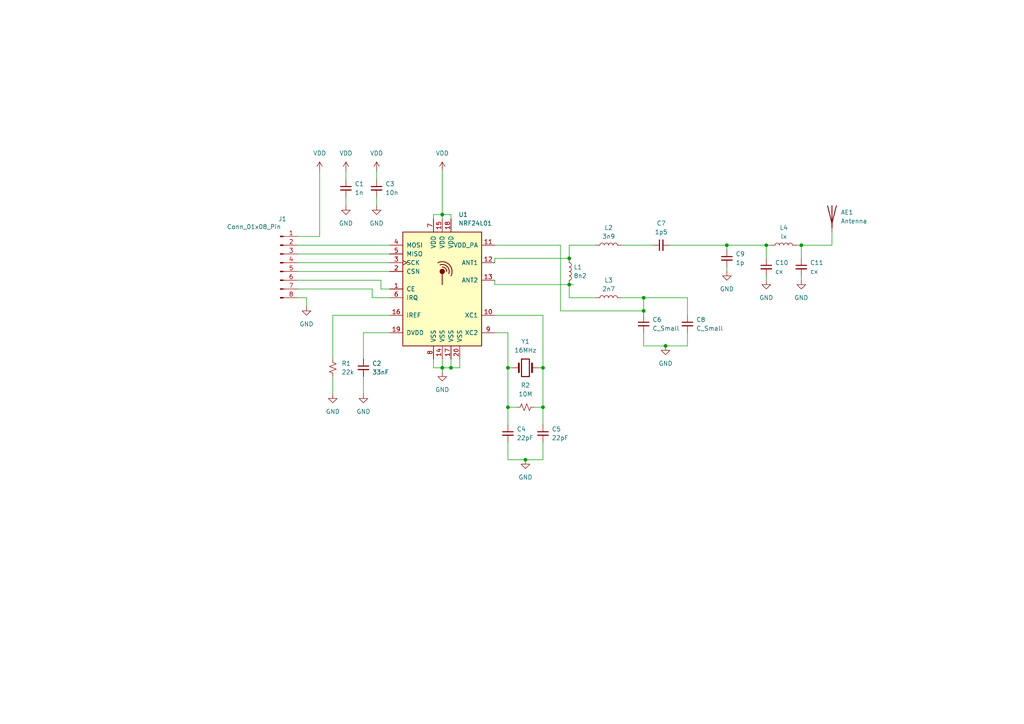
<source format=kicad_sch>
(kicad_sch
	(version 20250114)
	(generator "eeschema")
	(generator_version "9.0")
	(uuid "5347f073-5756-422f-900d-68810607adf3")
	(paper "A4")
	(lib_symbols
		(symbol "Connector:Conn_01x08_Pin"
			(pin_names
				(offset 1.016)
				(hide yes)
			)
			(exclude_from_sim no)
			(in_bom yes)
			(on_board yes)
			(property "Reference" "J"
				(at 0 10.16 0)
				(effects
					(font
						(size 1.27 1.27)
					)
				)
			)
			(property "Value" "Conn_01x08_Pin"
				(at 0 -12.7 0)
				(effects
					(font
						(size 1.27 1.27)
					)
				)
			)
			(property "Footprint" ""
				(at 0 0 0)
				(effects
					(font
						(size 1.27 1.27)
					)
					(hide yes)
				)
			)
			(property "Datasheet" "~"
				(at 0 0 0)
				(effects
					(font
						(size 1.27 1.27)
					)
					(hide yes)
				)
			)
			(property "Description" "Generic connector, single row, 01x08, script generated"
				(at 0 0 0)
				(effects
					(font
						(size 1.27 1.27)
					)
					(hide yes)
				)
			)
			(property "ki_locked" ""
				(at 0 0 0)
				(effects
					(font
						(size 1.27 1.27)
					)
				)
			)
			(property "ki_keywords" "connector"
				(at 0 0 0)
				(effects
					(font
						(size 1.27 1.27)
					)
					(hide yes)
				)
			)
			(property "ki_fp_filters" "Connector*:*_1x??_*"
				(at 0 0 0)
				(effects
					(font
						(size 1.27 1.27)
					)
					(hide yes)
				)
			)
			(symbol "Conn_01x08_Pin_1_1"
				(rectangle
					(start 0.8636 7.747)
					(end 0 7.493)
					(stroke
						(width 0.1524)
						(type default)
					)
					(fill
						(type outline)
					)
				)
				(rectangle
					(start 0.8636 5.207)
					(end 0 4.953)
					(stroke
						(width 0.1524)
						(type default)
					)
					(fill
						(type outline)
					)
				)
				(rectangle
					(start 0.8636 2.667)
					(end 0 2.413)
					(stroke
						(width 0.1524)
						(type default)
					)
					(fill
						(type outline)
					)
				)
				(rectangle
					(start 0.8636 0.127)
					(end 0 -0.127)
					(stroke
						(width 0.1524)
						(type default)
					)
					(fill
						(type outline)
					)
				)
				(rectangle
					(start 0.8636 -2.413)
					(end 0 -2.667)
					(stroke
						(width 0.1524)
						(type default)
					)
					(fill
						(type outline)
					)
				)
				(rectangle
					(start 0.8636 -4.953)
					(end 0 -5.207)
					(stroke
						(width 0.1524)
						(type default)
					)
					(fill
						(type outline)
					)
				)
				(rectangle
					(start 0.8636 -7.493)
					(end 0 -7.747)
					(stroke
						(width 0.1524)
						(type default)
					)
					(fill
						(type outline)
					)
				)
				(rectangle
					(start 0.8636 -10.033)
					(end 0 -10.287)
					(stroke
						(width 0.1524)
						(type default)
					)
					(fill
						(type outline)
					)
				)
				(polyline
					(pts
						(xy 1.27 7.62) (xy 0.8636 7.62)
					)
					(stroke
						(width 0.1524)
						(type default)
					)
					(fill
						(type none)
					)
				)
				(polyline
					(pts
						(xy 1.27 5.08) (xy 0.8636 5.08)
					)
					(stroke
						(width 0.1524)
						(type default)
					)
					(fill
						(type none)
					)
				)
				(polyline
					(pts
						(xy 1.27 2.54) (xy 0.8636 2.54)
					)
					(stroke
						(width 0.1524)
						(type default)
					)
					(fill
						(type none)
					)
				)
				(polyline
					(pts
						(xy 1.27 0) (xy 0.8636 0)
					)
					(stroke
						(width 0.1524)
						(type default)
					)
					(fill
						(type none)
					)
				)
				(polyline
					(pts
						(xy 1.27 -2.54) (xy 0.8636 -2.54)
					)
					(stroke
						(width 0.1524)
						(type default)
					)
					(fill
						(type none)
					)
				)
				(polyline
					(pts
						(xy 1.27 -5.08) (xy 0.8636 -5.08)
					)
					(stroke
						(width 0.1524)
						(type default)
					)
					(fill
						(type none)
					)
				)
				(polyline
					(pts
						(xy 1.27 -7.62) (xy 0.8636 -7.62)
					)
					(stroke
						(width 0.1524)
						(type default)
					)
					(fill
						(type none)
					)
				)
				(polyline
					(pts
						(xy 1.27 -10.16) (xy 0.8636 -10.16)
					)
					(stroke
						(width 0.1524)
						(type default)
					)
					(fill
						(type none)
					)
				)
				(pin passive line
					(at 5.08 7.62 180)
					(length 3.81)
					(name "Pin_1"
						(effects
							(font
								(size 1.27 1.27)
							)
						)
					)
					(number "1"
						(effects
							(font
								(size 1.27 1.27)
							)
						)
					)
				)
				(pin passive line
					(at 5.08 5.08 180)
					(length 3.81)
					(name "Pin_2"
						(effects
							(font
								(size 1.27 1.27)
							)
						)
					)
					(number "2"
						(effects
							(font
								(size 1.27 1.27)
							)
						)
					)
				)
				(pin passive line
					(at 5.08 2.54 180)
					(length 3.81)
					(name "Pin_3"
						(effects
							(font
								(size 1.27 1.27)
							)
						)
					)
					(number "3"
						(effects
							(font
								(size 1.27 1.27)
							)
						)
					)
				)
				(pin passive line
					(at 5.08 0 180)
					(length 3.81)
					(name "Pin_4"
						(effects
							(font
								(size 1.27 1.27)
							)
						)
					)
					(number "4"
						(effects
							(font
								(size 1.27 1.27)
							)
						)
					)
				)
				(pin passive line
					(at 5.08 -2.54 180)
					(length 3.81)
					(name "Pin_5"
						(effects
							(font
								(size 1.27 1.27)
							)
						)
					)
					(number "5"
						(effects
							(font
								(size 1.27 1.27)
							)
						)
					)
				)
				(pin passive line
					(at 5.08 -5.08 180)
					(length 3.81)
					(name "Pin_6"
						(effects
							(font
								(size 1.27 1.27)
							)
						)
					)
					(number "6"
						(effects
							(font
								(size 1.27 1.27)
							)
						)
					)
				)
				(pin passive line
					(at 5.08 -7.62 180)
					(length 3.81)
					(name "Pin_7"
						(effects
							(font
								(size 1.27 1.27)
							)
						)
					)
					(number "7"
						(effects
							(font
								(size 1.27 1.27)
							)
						)
					)
				)
				(pin passive line
					(at 5.08 -10.16 180)
					(length 3.81)
					(name "Pin_8"
						(effects
							(font
								(size 1.27 1.27)
							)
						)
					)
					(number "8"
						(effects
							(font
								(size 1.27 1.27)
							)
						)
					)
				)
			)
			(embedded_fonts no)
		)
		(symbol "Device:Antenna"
			(pin_numbers
				(hide yes)
			)
			(pin_names
				(offset 1.016)
				(hide yes)
			)
			(exclude_from_sim no)
			(in_bom yes)
			(on_board yes)
			(property "Reference" "AE"
				(at -1.905 1.905 0)
				(effects
					(font
						(size 1.27 1.27)
					)
					(justify right)
				)
			)
			(property "Value" "Antenna"
				(at -1.905 0 0)
				(effects
					(font
						(size 1.27 1.27)
					)
					(justify right)
				)
			)
			(property "Footprint" ""
				(at 0 0 0)
				(effects
					(font
						(size 1.27 1.27)
					)
					(hide yes)
				)
			)
			(property "Datasheet" "~"
				(at 0 0 0)
				(effects
					(font
						(size 1.27 1.27)
					)
					(hide yes)
				)
			)
			(property "Description" "Antenna"
				(at 0 0 0)
				(effects
					(font
						(size 1.27 1.27)
					)
					(hide yes)
				)
			)
			(property "ki_keywords" "antenna"
				(at 0 0 0)
				(effects
					(font
						(size 1.27 1.27)
					)
					(hide yes)
				)
			)
			(symbol "Antenna_0_1"
				(polyline
					(pts
						(xy 0 2.54) (xy 0 -3.81)
					)
					(stroke
						(width 0.254)
						(type default)
					)
					(fill
						(type none)
					)
				)
				(polyline
					(pts
						(xy 1.27 2.54) (xy 0 -2.54) (xy -1.27 2.54)
					)
					(stroke
						(width 0.254)
						(type default)
					)
					(fill
						(type none)
					)
				)
			)
			(symbol "Antenna_1_1"
				(pin input line
					(at 0 -5.08 90)
					(length 2.54)
					(name "A"
						(effects
							(font
								(size 1.27 1.27)
							)
						)
					)
					(number "1"
						(effects
							(font
								(size 1.27 1.27)
							)
						)
					)
				)
			)
			(embedded_fonts no)
		)
		(symbol "Device:C_Small"
			(pin_numbers
				(hide yes)
			)
			(pin_names
				(offset 0.254)
				(hide yes)
			)
			(exclude_from_sim no)
			(in_bom yes)
			(on_board yes)
			(property "Reference" "C"
				(at 0.254 1.778 0)
				(effects
					(font
						(size 1.27 1.27)
					)
					(justify left)
				)
			)
			(property "Value" "C_Small"
				(at 0.254 -2.032 0)
				(effects
					(font
						(size 1.27 1.27)
					)
					(justify left)
				)
			)
			(property "Footprint" ""
				(at 0 0 0)
				(effects
					(font
						(size 1.27 1.27)
					)
					(hide yes)
				)
			)
			(property "Datasheet" "~"
				(at 0 0 0)
				(effects
					(font
						(size 1.27 1.27)
					)
					(hide yes)
				)
			)
			(property "Description" "Unpolarized capacitor, small symbol"
				(at 0 0 0)
				(effects
					(font
						(size 1.27 1.27)
					)
					(hide yes)
				)
			)
			(property "ki_keywords" "capacitor cap"
				(at 0 0 0)
				(effects
					(font
						(size 1.27 1.27)
					)
					(hide yes)
				)
			)
			(property "ki_fp_filters" "C_*"
				(at 0 0 0)
				(effects
					(font
						(size 1.27 1.27)
					)
					(hide yes)
				)
			)
			(symbol "C_Small_0_1"
				(polyline
					(pts
						(xy -1.524 0.508) (xy 1.524 0.508)
					)
					(stroke
						(width 0.3048)
						(type default)
					)
					(fill
						(type none)
					)
				)
				(polyline
					(pts
						(xy -1.524 -0.508) (xy 1.524 -0.508)
					)
					(stroke
						(width 0.3302)
						(type default)
					)
					(fill
						(type none)
					)
				)
			)
			(symbol "C_Small_1_1"
				(pin passive line
					(at 0 2.54 270)
					(length 2.032)
					(name "~"
						(effects
							(font
								(size 1.27 1.27)
							)
						)
					)
					(number "1"
						(effects
							(font
								(size 1.27 1.27)
							)
						)
					)
				)
				(pin passive line
					(at 0 -2.54 90)
					(length 2.032)
					(name "~"
						(effects
							(font
								(size 1.27 1.27)
							)
						)
					)
					(number "2"
						(effects
							(font
								(size 1.27 1.27)
							)
						)
					)
				)
			)
			(embedded_fonts no)
		)
		(symbol "Device:Crystal"
			(pin_numbers
				(hide yes)
			)
			(pin_names
				(offset 1.016)
				(hide yes)
			)
			(exclude_from_sim no)
			(in_bom yes)
			(on_board yes)
			(property "Reference" "Y"
				(at 0 3.81 0)
				(effects
					(font
						(size 1.27 1.27)
					)
				)
			)
			(property "Value" "Crystal"
				(at 0 -3.81 0)
				(effects
					(font
						(size 1.27 1.27)
					)
				)
			)
			(property "Footprint" ""
				(at 0 0 0)
				(effects
					(font
						(size 1.27 1.27)
					)
					(hide yes)
				)
			)
			(property "Datasheet" "~"
				(at 0 0 0)
				(effects
					(font
						(size 1.27 1.27)
					)
					(hide yes)
				)
			)
			(property "Description" "Two pin crystal"
				(at 0 0 0)
				(effects
					(font
						(size 1.27 1.27)
					)
					(hide yes)
				)
			)
			(property "ki_keywords" "quartz ceramic resonator oscillator"
				(at 0 0 0)
				(effects
					(font
						(size 1.27 1.27)
					)
					(hide yes)
				)
			)
			(property "ki_fp_filters" "Crystal*"
				(at 0 0 0)
				(effects
					(font
						(size 1.27 1.27)
					)
					(hide yes)
				)
			)
			(symbol "Crystal_0_1"
				(polyline
					(pts
						(xy -2.54 0) (xy -1.905 0)
					)
					(stroke
						(width 0)
						(type default)
					)
					(fill
						(type none)
					)
				)
				(polyline
					(pts
						(xy -1.905 -1.27) (xy -1.905 1.27)
					)
					(stroke
						(width 0.508)
						(type default)
					)
					(fill
						(type none)
					)
				)
				(rectangle
					(start -1.143 2.54)
					(end 1.143 -2.54)
					(stroke
						(width 0.3048)
						(type default)
					)
					(fill
						(type none)
					)
				)
				(polyline
					(pts
						(xy 1.905 -1.27) (xy 1.905 1.27)
					)
					(stroke
						(width 0.508)
						(type default)
					)
					(fill
						(type none)
					)
				)
				(polyline
					(pts
						(xy 2.54 0) (xy 1.905 0)
					)
					(stroke
						(width 0)
						(type default)
					)
					(fill
						(type none)
					)
				)
			)
			(symbol "Crystal_1_1"
				(pin passive line
					(at -3.81 0 0)
					(length 1.27)
					(name "1"
						(effects
							(font
								(size 1.27 1.27)
							)
						)
					)
					(number "1"
						(effects
							(font
								(size 1.27 1.27)
							)
						)
					)
				)
				(pin passive line
					(at 3.81 0 180)
					(length 1.27)
					(name "2"
						(effects
							(font
								(size 1.27 1.27)
							)
						)
					)
					(number "2"
						(effects
							(font
								(size 1.27 1.27)
							)
						)
					)
				)
			)
			(embedded_fonts no)
		)
		(symbol "Device:L"
			(pin_numbers
				(hide yes)
			)
			(pin_names
				(offset 1.016)
				(hide yes)
			)
			(exclude_from_sim no)
			(in_bom yes)
			(on_board yes)
			(property "Reference" "L"
				(at -1.27 0 90)
				(effects
					(font
						(size 1.27 1.27)
					)
				)
			)
			(property "Value" "L"
				(at 1.905 0 90)
				(effects
					(font
						(size 1.27 1.27)
					)
				)
			)
			(property "Footprint" ""
				(at 0 0 0)
				(effects
					(font
						(size 1.27 1.27)
					)
					(hide yes)
				)
			)
			(property "Datasheet" "~"
				(at 0 0 0)
				(effects
					(font
						(size 1.27 1.27)
					)
					(hide yes)
				)
			)
			(property "Description" "Inductor"
				(at 0 0 0)
				(effects
					(font
						(size 1.27 1.27)
					)
					(hide yes)
				)
			)
			(property "ki_keywords" "inductor choke coil reactor magnetic"
				(at 0 0 0)
				(effects
					(font
						(size 1.27 1.27)
					)
					(hide yes)
				)
			)
			(property "ki_fp_filters" "Choke_* *Coil* Inductor_* L_*"
				(at 0 0 0)
				(effects
					(font
						(size 1.27 1.27)
					)
					(hide yes)
				)
			)
			(symbol "L_0_1"
				(arc
					(start 0 2.54)
					(mid 0.6323 1.905)
					(end 0 1.27)
					(stroke
						(width 0)
						(type default)
					)
					(fill
						(type none)
					)
				)
				(arc
					(start 0 1.27)
					(mid 0.6323 0.635)
					(end 0 0)
					(stroke
						(width 0)
						(type default)
					)
					(fill
						(type none)
					)
				)
				(arc
					(start 0 0)
					(mid 0.6323 -0.635)
					(end 0 -1.27)
					(stroke
						(width 0)
						(type default)
					)
					(fill
						(type none)
					)
				)
				(arc
					(start 0 -1.27)
					(mid 0.6323 -1.905)
					(end 0 -2.54)
					(stroke
						(width 0)
						(type default)
					)
					(fill
						(type none)
					)
				)
			)
			(symbol "L_1_1"
				(pin passive line
					(at 0 3.81 270)
					(length 1.27)
					(name "1"
						(effects
							(font
								(size 1.27 1.27)
							)
						)
					)
					(number "1"
						(effects
							(font
								(size 1.27 1.27)
							)
						)
					)
				)
				(pin passive line
					(at 0 -3.81 90)
					(length 1.27)
					(name "2"
						(effects
							(font
								(size 1.27 1.27)
							)
						)
					)
					(number "2"
						(effects
							(font
								(size 1.27 1.27)
							)
						)
					)
				)
			)
			(embedded_fonts no)
		)
		(symbol "Device:R_Small_US"
			(pin_numbers
				(hide yes)
			)
			(pin_names
				(offset 0.254)
				(hide yes)
			)
			(exclude_from_sim no)
			(in_bom yes)
			(on_board yes)
			(property "Reference" "R"
				(at 0.762 0.508 0)
				(effects
					(font
						(size 1.27 1.27)
					)
					(justify left)
				)
			)
			(property "Value" "R_Small_US"
				(at 0.762 -1.016 0)
				(effects
					(font
						(size 1.27 1.27)
					)
					(justify left)
				)
			)
			(property "Footprint" ""
				(at 0 0 0)
				(effects
					(font
						(size 1.27 1.27)
					)
					(hide yes)
				)
			)
			(property "Datasheet" "~"
				(at 0 0 0)
				(effects
					(font
						(size 1.27 1.27)
					)
					(hide yes)
				)
			)
			(property "Description" "Resistor, small US symbol"
				(at 0 0 0)
				(effects
					(font
						(size 1.27 1.27)
					)
					(hide yes)
				)
			)
			(property "ki_keywords" "r resistor"
				(at 0 0 0)
				(effects
					(font
						(size 1.27 1.27)
					)
					(hide yes)
				)
			)
			(property "ki_fp_filters" "R_*"
				(at 0 0 0)
				(effects
					(font
						(size 1.27 1.27)
					)
					(hide yes)
				)
			)
			(symbol "R_Small_US_1_1"
				(polyline
					(pts
						(xy 0 1.524) (xy 1.016 1.143) (xy 0 0.762) (xy -1.016 0.381) (xy 0 0)
					)
					(stroke
						(width 0)
						(type default)
					)
					(fill
						(type none)
					)
				)
				(polyline
					(pts
						(xy 0 0) (xy 1.016 -0.381) (xy 0 -0.762) (xy -1.016 -1.143) (xy 0 -1.524)
					)
					(stroke
						(width 0)
						(type default)
					)
					(fill
						(type none)
					)
				)
				(pin passive line
					(at 0 2.54 270)
					(length 1.016)
					(name "~"
						(effects
							(font
								(size 1.27 1.27)
							)
						)
					)
					(number "1"
						(effects
							(font
								(size 1.27 1.27)
							)
						)
					)
				)
				(pin passive line
					(at 0 -2.54 90)
					(length 1.016)
					(name "~"
						(effects
							(font
								(size 1.27 1.27)
							)
						)
					)
					(number "2"
						(effects
							(font
								(size 1.27 1.27)
							)
						)
					)
				)
			)
			(embedded_fonts no)
		)
		(symbol "RF:NRF24L01"
			(pin_names
				(offset 1.016)
			)
			(exclude_from_sim no)
			(in_bom yes)
			(on_board yes)
			(property "Reference" "U"
				(at -11.43 17.78 0)
				(effects
					(font
						(size 1.27 1.27)
					)
					(justify left)
				)
			)
			(property "Value" "NRF24L01"
				(at 5.08 17.78 0)
				(effects
					(font
						(size 1.27 1.27)
					)
					(justify left)
				)
			)
			(property "Footprint" "Package_DFN_QFN:QFN-20-1EP_4x4mm_P0.5mm_EP2.5x2.5mm"
				(at 5.08 20.32 0)
				(effects
					(font
						(size 1.27 1.27)
						(italic yes)
					)
					(justify left)
					(hide yes)
				)
			)
			(property "Datasheet" "http://www.nordicsemi.com/eng/content/download/2730/34105/file/nRF24L01_Product_Specification_v2_0.pdf"
				(at 0 2.54 0)
				(effects
					(font
						(size 1.27 1.27)
					)
					(hide yes)
				)
			)
			(property "Description" "Ultra low power 2.4GHz RF Transceiver, QFN-20"
				(at 0 0 0)
				(effects
					(font
						(size 1.27 1.27)
					)
					(hide yes)
				)
			)
			(property "ki_keywords" "Low Power RF Transceiver"
				(at 0 0 0)
				(effects
					(font
						(size 1.27 1.27)
					)
					(hide yes)
				)
			)
			(property "ki_fp_filters" "QFN*4x4*0.5mm*"
				(at 0 0 0)
				(effects
					(font
						(size 1.27 1.27)
					)
					(hide yes)
				)
			)
			(symbol "NRF24L01_0_1"
				(rectangle
					(start -11.43 16.51)
					(end 11.43 -16.51)
					(stroke
						(width 0.254)
						(type default)
					)
					(fill
						(type background)
					)
				)
				(arc
					(start -1.27 7.62)
					(mid 2.008 7.088)
					(end 2.54 3.81)
					(stroke
						(width 0.254)
						(type default)
					)
					(fill
						(type none)
					)
				)
				(circle
					(center 0 5.08)
					(radius 0.635)
					(stroke
						(width 0.254)
						(type default)
					)
					(fill
						(type outline)
					)
				)
				(polyline
					(pts
						(xy 0 4.445) (xy 0 1.27)
					)
					(stroke
						(width 0.254)
						(type default)
					)
					(fill
						(type none)
					)
				)
				(arc
					(start -0.635 6.985)
					(mid 1.4383 6.5183)
					(end 1.905 4.445)
					(stroke
						(width 0.254)
						(type default)
					)
					(fill
						(type none)
					)
				)
				(arc
					(start 0 6.35)
					(mid 0.9108 5.9908)
					(end 1.27 5.08)
					(stroke
						(width 0.254)
						(type default)
					)
					(fill
						(type none)
					)
				)
				(rectangle
					(start 11.43 -13.97)
					(end 11.43 -13.97)
					(stroke
						(width 0)
						(type default)
					)
					(fill
						(type none)
					)
				)
			)
			(symbol "NRF24L01_1_1"
				(pin input line
					(at -15.24 12.7 0)
					(length 3.81)
					(name "MOSI"
						(effects
							(font
								(size 1.27 1.27)
							)
						)
					)
					(number "4"
						(effects
							(font
								(size 1.27 1.27)
							)
						)
					)
				)
				(pin output line
					(at -15.24 10.16 0)
					(length 3.81)
					(name "MISO"
						(effects
							(font
								(size 1.27 1.27)
							)
						)
					)
					(number "5"
						(effects
							(font
								(size 1.27 1.27)
							)
						)
					)
				)
				(pin input clock
					(at -15.24 7.62 0)
					(length 3.81)
					(name "SCK"
						(effects
							(font
								(size 1.27 1.27)
							)
						)
					)
					(number "3"
						(effects
							(font
								(size 1.27 1.27)
							)
						)
					)
				)
				(pin input line
					(at -15.24 5.08 0)
					(length 3.81)
					(name "CSN"
						(effects
							(font
								(size 1.27 1.27)
							)
						)
					)
					(number "2"
						(effects
							(font
								(size 1.27 1.27)
							)
						)
					)
				)
				(pin input line
					(at -15.24 0 0)
					(length 3.81)
					(name "CE"
						(effects
							(font
								(size 1.27 1.27)
							)
						)
					)
					(number "1"
						(effects
							(font
								(size 1.27 1.27)
							)
						)
					)
				)
				(pin output line
					(at -15.24 -2.54 0)
					(length 3.81)
					(name "IRQ"
						(effects
							(font
								(size 1.27 1.27)
							)
						)
					)
					(number "6"
						(effects
							(font
								(size 1.27 1.27)
							)
						)
					)
				)
				(pin passive line
					(at -15.24 -7.62 0)
					(length 3.81)
					(name "IREF"
						(effects
							(font
								(size 1.27 1.27)
							)
						)
					)
					(number "16"
						(effects
							(font
								(size 1.27 1.27)
							)
						)
					)
				)
				(pin power_out line
					(at -15.24 -12.7 0)
					(length 3.81)
					(name "DVDD"
						(effects
							(font
								(size 1.27 1.27)
							)
						)
					)
					(number "19"
						(effects
							(font
								(size 1.27 1.27)
							)
						)
					)
				)
				(pin power_in line
					(at -2.54 20.32 270)
					(length 3.81)
					(name "VDD"
						(effects
							(font
								(size 1.27 1.27)
							)
						)
					)
					(number "7"
						(effects
							(font
								(size 1.27 1.27)
							)
						)
					)
				)
				(pin power_in line
					(at -2.54 -20.32 90)
					(length 3.81)
					(name "VSS"
						(effects
							(font
								(size 1.27 1.27)
							)
						)
					)
					(number "8"
						(effects
							(font
								(size 1.27 1.27)
							)
						)
					)
				)
				(pin power_in line
					(at 0 20.32 270)
					(length 3.81)
					(name "VDD"
						(effects
							(font
								(size 1.27 1.27)
							)
						)
					)
					(number "15"
						(effects
							(font
								(size 1.27 1.27)
							)
						)
					)
				)
				(pin power_in line
					(at 0 -20.32 90)
					(length 3.81)
					(name "VSS"
						(effects
							(font
								(size 1.27 1.27)
							)
						)
					)
					(number "14"
						(effects
							(font
								(size 1.27 1.27)
							)
						)
					)
				)
				(pin power_in line
					(at 2.54 20.32 270)
					(length 3.81)
					(name "VDD"
						(effects
							(font
								(size 1.27 1.27)
							)
						)
					)
					(number "18"
						(effects
							(font
								(size 1.27 1.27)
							)
						)
					)
				)
				(pin power_in line
					(at 2.54 -20.32 90)
					(length 3.81)
					(name "VSS"
						(effects
							(font
								(size 1.27 1.27)
							)
						)
					)
					(number "17"
						(effects
							(font
								(size 1.27 1.27)
							)
						)
					)
				)
				(pin power_in line
					(at 5.08 -20.32 90)
					(length 3.81)
					(name "VSS"
						(effects
							(font
								(size 1.27 1.27)
							)
						)
					)
					(number "20"
						(effects
							(font
								(size 1.27 1.27)
							)
						)
					)
				)
				(pin power_out line
					(at 15.24 12.7 180)
					(length 3.81)
					(name "VDD_PA"
						(effects
							(font
								(size 1.27 1.27)
							)
						)
					)
					(number "11"
						(effects
							(font
								(size 1.27 1.27)
							)
						)
					)
				)
				(pin passive line
					(at 15.24 7.62 180)
					(length 3.81)
					(name "ANT1"
						(effects
							(font
								(size 1.27 1.27)
							)
						)
					)
					(number "12"
						(effects
							(font
								(size 1.27 1.27)
							)
						)
					)
				)
				(pin passive line
					(at 15.24 2.54 180)
					(length 3.81)
					(name "ANT2"
						(effects
							(font
								(size 1.27 1.27)
							)
						)
					)
					(number "13"
						(effects
							(font
								(size 1.27 1.27)
							)
						)
					)
				)
				(pin passive line
					(at 15.24 -7.62 180)
					(length 3.81)
					(name "XC1"
						(effects
							(font
								(size 1.27 1.27)
							)
						)
					)
					(number "10"
						(effects
							(font
								(size 1.27 1.27)
							)
						)
					)
				)
				(pin passive line
					(at 15.24 -12.7 180)
					(length 3.81)
					(name "XC2"
						(effects
							(font
								(size 1.27 1.27)
							)
						)
					)
					(number "9"
						(effects
							(font
								(size 1.27 1.27)
							)
						)
					)
				)
			)
			(embedded_fonts no)
		)
		(symbol "power:GND"
			(power)
			(pin_numbers
				(hide yes)
			)
			(pin_names
				(offset 0)
				(hide yes)
			)
			(exclude_from_sim no)
			(in_bom yes)
			(on_board yes)
			(property "Reference" "#PWR"
				(at 0 -6.35 0)
				(effects
					(font
						(size 1.27 1.27)
					)
					(hide yes)
				)
			)
			(property "Value" "GND"
				(at 0 -3.81 0)
				(effects
					(font
						(size 1.27 1.27)
					)
				)
			)
			(property "Footprint" ""
				(at 0 0 0)
				(effects
					(font
						(size 1.27 1.27)
					)
					(hide yes)
				)
			)
			(property "Datasheet" ""
				(at 0 0 0)
				(effects
					(font
						(size 1.27 1.27)
					)
					(hide yes)
				)
			)
			(property "Description" "Power symbol creates a global label with name \"GND\" , ground"
				(at 0 0 0)
				(effects
					(font
						(size 1.27 1.27)
					)
					(hide yes)
				)
			)
			(property "ki_keywords" "global power"
				(at 0 0 0)
				(effects
					(font
						(size 1.27 1.27)
					)
					(hide yes)
				)
			)
			(symbol "GND_0_1"
				(polyline
					(pts
						(xy 0 0) (xy 0 -1.27) (xy 1.27 -1.27) (xy 0 -2.54) (xy -1.27 -1.27) (xy 0 -1.27)
					)
					(stroke
						(width 0)
						(type default)
					)
					(fill
						(type none)
					)
				)
			)
			(symbol "GND_1_1"
				(pin power_in line
					(at 0 0 270)
					(length 0)
					(name "~"
						(effects
							(font
								(size 1.27 1.27)
							)
						)
					)
					(number "1"
						(effects
							(font
								(size 1.27 1.27)
							)
						)
					)
				)
			)
			(embedded_fonts no)
		)
		(symbol "power:VDD"
			(power)
			(pin_numbers
				(hide yes)
			)
			(pin_names
				(offset 0)
				(hide yes)
			)
			(exclude_from_sim no)
			(in_bom yes)
			(on_board yes)
			(property "Reference" "#PWR"
				(at 0 -3.81 0)
				(effects
					(font
						(size 1.27 1.27)
					)
					(hide yes)
				)
			)
			(property "Value" "VDD"
				(at 0 3.556 0)
				(effects
					(font
						(size 1.27 1.27)
					)
				)
			)
			(property "Footprint" ""
				(at 0 0 0)
				(effects
					(font
						(size 1.27 1.27)
					)
					(hide yes)
				)
			)
			(property "Datasheet" ""
				(at 0 0 0)
				(effects
					(font
						(size 1.27 1.27)
					)
					(hide yes)
				)
			)
			(property "Description" "Power symbol creates a global label with name \"VDD\""
				(at 0 0 0)
				(effects
					(font
						(size 1.27 1.27)
					)
					(hide yes)
				)
			)
			(property "ki_keywords" "global power"
				(at 0 0 0)
				(effects
					(font
						(size 1.27 1.27)
					)
					(hide yes)
				)
			)
			(symbol "VDD_0_1"
				(polyline
					(pts
						(xy -0.762 1.27) (xy 0 2.54)
					)
					(stroke
						(width 0)
						(type default)
					)
					(fill
						(type none)
					)
				)
				(polyline
					(pts
						(xy 0 2.54) (xy 0.762 1.27)
					)
					(stroke
						(width 0)
						(type default)
					)
					(fill
						(type none)
					)
				)
				(polyline
					(pts
						(xy 0 0) (xy 0 2.54)
					)
					(stroke
						(width 0)
						(type default)
					)
					(fill
						(type none)
					)
				)
			)
			(symbol "VDD_1_1"
				(pin power_in line
					(at 0 0 90)
					(length 0)
					(name "~"
						(effects
							(font
								(size 1.27 1.27)
							)
						)
					)
					(number "1"
						(effects
							(font
								(size 1.27 1.27)
							)
						)
					)
				)
			)
			(embedded_fonts no)
		)
	)
	(junction
		(at 157.48 118.11)
		(diameter 0)
		(color 0 0 0 0)
		(uuid "173246ca-3047-41dc-8de8-3823d6076d61")
	)
	(junction
		(at 128.27 106.68)
		(diameter 0)
		(color 0 0 0 0)
		(uuid "2ba5fcaa-6d98-46f7-a876-7b746be9c265")
	)
	(junction
		(at 147.32 106.68)
		(diameter 0)
		(color 0 0 0 0)
		(uuid "48177120-8876-44d4-ad33-e8948587170f")
	)
	(junction
		(at 222.25 71.12)
		(diameter 0)
		(color 0 0 0 0)
		(uuid "4bbd1dca-9885-45de-974d-ef5551f55950")
	)
	(junction
		(at 186.69 90.17)
		(diameter 0)
		(color 0 0 0 0)
		(uuid "5596cbba-f85a-4427-aeb4-98209677a24b")
	)
	(junction
		(at 193.04 100.33)
		(diameter 0)
		(color 0 0 0 0)
		(uuid "58009656-fda7-45c6-9343-36f1e348c120")
	)
	(junction
		(at 165.1 74.93)
		(diameter 0)
		(color 0 0 0 0)
		(uuid "5b809114-65cd-468c-80ec-7d5eefe2186d")
	)
	(junction
		(at 130.81 106.68)
		(diameter 0)
		(color 0 0 0 0)
		(uuid "692f26a8-275a-498b-8c63-e84fa781ee45")
	)
	(junction
		(at 210.82 71.12)
		(diameter 0)
		(color 0 0 0 0)
		(uuid "8228ba6a-107b-4fbe-a1f7-b6b264442f7f")
	)
	(junction
		(at 186.69 86.36)
		(diameter 0)
		(color 0 0 0 0)
		(uuid "a3e9bef6-44af-4007-9125-414064e85531")
	)
	(junction
		(at 152.4 133.35)
		(diameter 0)
		(color 0 0 0 0)
		(uuid "a81670c8-8a83-40e6-9a8d-c12a11bd4b2e")
	)
	(junction
		(at 157.48 106.68)
		(diameter 0)
		(color 0 0 0 0)
		(uuid "c29ff0b1-fce1-4b1f-ab24-c806e2beba07")
	)
	(junction
		(at 165.1 82.55)
		(diameter 0)
		(color 0 0 0 0)
		(uuid "c36349a5-cbd5-4c88-bfbf-3eacc4352577")
	)
	(junction
		(at 147.32 118.11)
		(diameter 0)
		(color 0 0 0 0)
		(uuid "d8f9e29b-35a2-4e2b-991f-afa383c39e5e")
	)
	(junction
		(at 128.27 62.23)
		(diameter 0)
		(color 0 0 0 0)
		(uuid "e0b82bb0-228b-4b04-ae56-b837f88ecebd")
	)
	(junction
		(at 232.41 71.12)
		(diameter 0)
		(color 0 0 0 0)
		(uuid "ef8fbe80-ddb2-458c-8709-814f33fd65b7")
	)
	(wire
		(pts
			(xy 130.81 104.14) (xy 130.81 106.68)
		)
		(stroke
			(width 0)
			(type default)
		)
		(uuid "0058c6ab-a6c9-4392-95e3-5f8d4fb71676")
	)
	(wire
		(pts
			(xy 199.39 86.36) (xy 186.69 86.36)
		)
		(stroke
			(width 0)
			(type default)
		)
		(uuid "023fe67a-7cf2-45d8-becb-a1a0318692f3")
	)
	(wire
		(pts
			(xy 113.03 83.82) (xy 110.49 83.82)
		)
		(stroke
			(width 0)
			(type default)
		)
		(uuid "07e919ad-4e22-4200-af18-9214e2b681f2")
	)
	(wire
		(pts
			(xy 143.51 82.55) (xy 165.1 82.55)
		)
		(stroke
			(width 0)
			(type default)
		)
		(uuid "085d82ce-9fe2-42bf-8a29-7395bc7c3426")
	)
	(wire
		(pts
			(xy 107.95 83.82) (xy 86.36 83.82)
		)
		(stroke
			(width 0)
			(type default)
		)
		(uuid "0c8cc675-30eb-4749-bb0f-6f167e4962ff")
	)
	(wire
		(pts
			(xy 157.48 118.11) (xy 157.48 123.19)
		)
		(stroke
			(width 0)
			(type default)
		)
		(uuid "12f78ba9-eb0b-4a5f-b820-79cbe20f4546")
	)
	(wire
		(pts
			(xy 105.41 96.52) (xy 105.41 104.14)
		)
		(stroke
			(width 0)
			(type default)
		)
		(uuid "130b832f-dce9-4423-bf55-e668c6ae74ae")
	)
	(wire
		(pts
			(xy 231.14 71.12) (xy 232.41 71.12)
		)
		(stroke
			(width 0)
			(type default)
		)
		(uuid "15a38af1-8cc0-4d16-a0f8-ae5223cfba53")
	)
	(wire
		(pts
			(xy 166.37 82.55) (xy 165.1 82.55)
		)
		(stroke
			(width 0)
			(type default)
		)
		(uuid "1d1ff660-8f63-414e-9780-1d178e6f0639")
	)
	(wire
		(pts
			(xy 125.73 63.5) (xy 125.73 62.23)
		)
		(stroke
			(width 0)
			(type default)
		)
		(uuid "1dcecae8-6010-4f51-822c-27ada9687812")
	)
	(wire
		(pts
			(xy 86.36 76.2) (xy 113.03 76.2)
		)
		(stroke
			(width 0)
			(type default)
		)
		(uuid "1e46c1fa-c8f0-464f-8658-9b718c892747")
	)
	(wire
		(pts
			(xy 162.56 71.12) (xy 162.56 90.17)
		)
		(stroke
			(width 0)
			(type default)
		)
		(uuid "21724c92-bc85-40df-b5c4-8b3712291b75")
	)
	(wire
		(pts
			(xy 210.82 71.12) (xy 222.25 71.12)
		)
		(stroke
			(width 0)
			(type default)
		)
		(uuid "24ab832b-3d1e-45bc-8f11-c053a9c4ca8a")
	)
	(wire
		(pts
			(xy 100.33 49.53) (xy 100.33 52.07)
		)
		(stroke
			(width 0)
			(type default)
		)
		(uuid "2740a5d8-1061-4e99-b488-8aba3069bcf1")
	)
	(wire
		(pts
			(xy 143.51 82.55) (xy 143.51 81.28)
		)
		(stroke
			(width 0)
			(type default)
		)
		(uuid "29e14032-c2e4-4924-aefa-f36ec890e667")
	)
	(wire
		(pts
			(xy 125.73 106.68) (xy 128.27 106.68)
		)
		(stroke
			(width 0)
			(type default)
		)
		(uuid "37fbeeaa-c53f-4c70-8b7b-4b3906acdb3f")
	)
	(wire
		(pts
			(xy 199.39 100.33) (xy 193.04 100.33)
		)
		(stroke
			(width 0)
			(type default)
		)
		(uuid "3ce22e63-0a09-43f3-9669-c7959d05cc25")
	)
	(wire
		(pts
			(xy 88.9 86.36) (xy 88.9 88.9)
		)
		(stroke
			(width 0)
			(type default)
		)
		(uuid "3ee9204b-1a1f-41a9-9883-d26e406a87b5")
	)
	(wire
		(pts
			(xy 186.69 91.44) (xy 186.69 90.17)
		)
		(stroke
			(width 0)
			(type default)
		)
		(uuid "478f7cba-beb3-49ba-99c7-e202a1933418")
	)
	(wire
		(pts
			(xy 232.41 80.01) (xy 232.41 81.28)
		)
		(stroke
			(width 0)
			(type default)
		)
		(uuid "4801baf7-afe4-4bb3-9e9e-fa54db01f3b6")
	)
	(wire
		(pts
			(xy 96.52 91.44) (xy 96.52 104.14)
		)
		(stroke
			(width 0)
			(type default)
		)
		(uuid "4b4cdc4d-903d-4ce2-9ada-c9e499ae1f3c")
	)
	(wire
		(pts
			(xy 157.48 106.68) (xy 157.48 118.11)
		)
		(stroke
			(width 0)
			(type default)
		)
		(uuid "4c3e34a8-e331-4fff-b661-c86e9be6a455")
	)
	(wire
		(pts
			(xy 100.33 57.15) (xy 100.33 59.69)
		)
		(stroke
			(width 0)
			(type default)
		)
		(uuid "4e348972-cd33-4d24-b229-4cb2c16296e7")
	)
	(wire
		(pts
			(xy 222.25 80.01) (xy 222.25 81.28)
		)
		(stroke
			(width 0)
			(type default)
		)
		(uuid "4eb08a9e-2b68-4034-b7c2-211f3b18dfd7")
	)
	(wire
		(pts
			(xy 133.35 104.14) (xy 133.35 106.68)
		)
		(stroke
			(width 0)
			(type default)
		)
		(uuid "548cfa3b-9bde-4073-910c-9c28fcfa812c")
	)
	(wire
		(pts
			(xy 86.36 78.74) (xy 113.03 78.74)
		)
		(stroke
			(width 0)
			(type default)
		)
		(uuid "58fc2375-800d-4bab-a080-f968b6eb77ab")
	)
	(wire
		(pts
			(xy 86.36 71.12) (xy 113.03 71.12)
		)
		(stroke
			(width 0)
			(type default)
		)
		(uuid "5a2c924d-3e45-429b-ac37-dfa397d88282")
	)
	(wire
		(pts
			(xy 241.3 67.31) (xy 241.3 71.12)
		)
		(stroke
			(width 0)
			(type default)
		)
		(uuid "5c6c5306-749c-4583-a8c1-845ef9fb0191")
	)
	(wire
		(pts
			(xy 199.39 96.52) (xy 199.39 100.33)
		)
		(stroke
			(width 0)
			(type default)
		)
		(uuid "5cc3d425-463a-4f3b-aa51-d0b79dd02ef5")
	)
	(wire
		(pts
			(xy 241.3 71.12) (xy 232.41 71.12)
		)
		(stroke
			(width 0)
			(type default)
		)
		(uuid "5cdb5cad-9310-44d6-809e-46842411b7a8")
	)
	(wire
		(pts
			(xy 147.32 128.27) (xy 147.32 133.35)
		)
		(stroke
			(width 0)
			(type default)
		)
		(uuid "69cc31b4-3777-47ad-8b32-1af36975ced3")
	)
	(wire
		(pts
			(xy 128.27 106.68) (xy 128.27 107.95)
		)
		(stroke
			(width 0)
			(type default)
		)
		(uuid "6e82e731-b587-4835-ba4d-475eb4cff12e")
	)
	(wire
		(pts
			(xy 128.27 104.14) (xy 128.27 106.68)
		)
		(stroke
			(width 0)
			(type default)
		)
		(uuid "7275e693-f428-40a8-952e-522da4f355b0")
	)
	(wire
		(pts
			(xy 125.73 62.23) (xy 128.27 62.23)
		)
		(stroke
			(width 0)
			(type default)
		)
		(uuid "7b815b5b-4c99-48bf-868e-68a7d2da97f9")
	)
	(wire
		(pts
			(xy 165.1 71.12) (xy 165.1 74.93)
		)
		(stroke
			(width 0)
			(type default)
		)
		(uuid "7fb7f1b6-6604-4d34-96c8-1de6640859c6")
	)
	(wire
		(pts
			(xy 143.51 91.44) (xy 157.48 91.44)
		)
		(stroke
			(width 0)
			(type default)
		)
		(uuid "837256c2-8ac7-4752-bcd0-df67cb11d30a")
	)
	(wire
		(pts
			(xy 186.69 86.36) (xy 180.34 86.36)
		)
		(stroke
			(width 0)
			(type default)
		)
		(uuid "8a59db19-8260-43f9-b8d3-9370b31d66e4")
	)
	(wire
		(pts
			(xy 157.48 133.35) (xy 152.4 133.35)
		)
		(stroke
			(width 0)
			(type default)
		)
		(uuid "8f556b8b-fde9-45bd-9871-346c9550e826")
	)
	(wire
		(pts
			(xy 113.03 86.36) (xy 107.95 86.36)
		)
		(stroke
			(width 0)
			(type default)
		)
		(uuid "92cf9ea8-072a-467a-a39d-bbe5b902eb37")
	)
	(wire
		(pts
			(xy 143.51 74.93) (xy 143.51 76.2)
		)
		(stroke
			(width 0)
			(type default)
		)
		(uuid "931e793b-4349-4959-94ed-78c3e89a82ff")
	)
	(wire
		(pts
			(xy 133.35 106.68) (xy 130.81 106.68)
		)
		(stroke
			(width 0)
			(type default)
		)
		(uuid "934ca302-8978-4af4-88ea-705db028785d")
	)
	(wire
		(pts
			(xy 154.94 118.11) (xy 157.48 118.11)
		)
		(stroke
			(width 0)
			(type default)
		)
		(uuid "96ab8e7c-9fff-4b2b-993e-27d82f390b0f")
	)
	(wire
		(pts
			(xy 92.71 68.58) (xy 92.71 49.53)
		)
		(stroke
			(width 0)
			(type default)
		)
		(uuid "9a3e4e2c-0bfc-481e-a2c8-e14836d84a3f")
	)
	(wire
		(pts
			(xy 147.32 133.35) (xy 152.4 133.35)
		)
		(stroke
			(width 0)
			(type default)
		)
		(uuid "9c1a6b01-ed22-45ff-8504-fa18a353af88")
	)
	(wire
		(pts
			(xy 186.69 100.33) (xy 193.04 100.33)
		)
		(stroke
			(width 0)
			(type default)
		)
		(uuid "a0248561-c8d5-4cbb-9284-5d09faf0f1e0")
	)
	(wire
		(pts
			(xy 180.34 71.12) (xy 189.23 71.12)
		)
		(stroke
			(width 0)
			(type default)
		)
		(uuid "a12c3fb8-c5fa-4d94-ace7-8d42a17dd663")
	)
	(wire
		(pts
			(xy 162.56 90.17) (xy 186.69 90.17)
		)
		(stroke
			(width 0)
			(type default)
		)
		(uuid "a2e52cdd-b297-44ce-8fca-f24b0ff67a1b")
	)
	(wire
		(pts
			(xy 186.69 90.17) (xy 186.69 86.36)
		)
		(stroke
			(width 0)
			(type default)
		)
		(uuid "a3bc2f0e-d0aa-419b-8144-a3dbd2f23b7d")
	)
	(wire
		(pts
			(xy 147.32 96.52) (xy 147.32 106.68)
		)
		(stroke
			(width 0)
			(type default)
		)
		(uuid "a894fdc3-f311-4be2-8e8d-e1f25019ab54")
	)
	(wire
		(pts
			(xy 147.32 106.68) (xy 147.32 118.11)
		)
		(stroke
			(width 0)
			(type default)
		)
		(uuid "a95a6510-4a62-4e48-a5d2-4d52a6a3ae08")
	)
	(wire
		(pts
			(xy 113.03 91.44) (xy 96.52 91.44)
		)
		(stroke
			(width 0)
			(type default)
		)
		(uuid "acbfea2e-bd05-4fcc-bf51-266434f563a7")
	)
	(wire
		(pts
			(xy 143.51 96.52) (xy 147.32 96.52)
		)
		(stroke
			(width 0)
			(type default)
		)
		(uuid "af99a440-eebc-4ffe-8170-4b17de114309")
	)
	(wire
		(pts
			(xy 130.81 106.68) (xy 128.27 106.68)
		)
		(stroke
			(width 0)
			(type default)
		)
		(uuid "b2d7e657-39ae-4170-a317-7e86bd5c5410")
	)
	(wire
		(pts
			(xy 210.82 72.39) (xy 210.82 71.12)
		)
		(stroke
			(width 0)
			(type default)
		)
		(uuid "b2f93f8e-1b69-4ec6-a5a2-9b7f541653e7")
	)
	(wire
		(pts
			(xy 157.48 128.27) (xy 157.48 133.35)
		)
		(stroke
			(width 0)
			(type default)
		)
		(uuid "b594b11e-4a1a-404a-832a-e16ef48a2cbd")
	)
	(wire
		(pts
			(xy 86.36 86.36) (xy 88.9 86.36)
		)
		(stroke
			(width 0)
			(type default)
		)
		(uuid "b65107ad-a207-4db0-8f8f-32dc56c5f887")
	)
	(wire
		(pts
			(xy 172.72 71.12) (xy 165.1 71.12)
		)
		(stroke
			(width 0)
			(type default)
		)
		(uuid "b79daad8-3f52-4359-9820-c2792607352a")
	)
	(wire
		(pts
			(xy 86.36 73.66) (xy 113.03 73.66)
		)
		(stroke
			(width 0)
			(type default)
		)
		(uuid "b9e97f37-dfe6-4aae-95a2-c97ad0917024")
	)
	(wire
		(pts
			(xy 147.32 106.68) (xy 148.59 106.68)
		)
		(stroke
			(width 0)
			(type default)
		)
		(uuid "bc1ceed7-2960-46ad-9d6d-9ac329cff677")
	)
	(wire
		(pts
			(xy 199.39 91.44) (xy 199.39 86.36)
		)
		(stroke
			(width 0)
			(type default)
		)
		(uuid "bf810be3-91ea-458f-99db-1f01b6a454f2")
	)
	(wire
		(pts
			(xy 107.95 86.36) (xy 107.95 83.82)
		)
		(stroke
			(width 0)
			(type default)
		)
		(uuid "c0da2bc5-9944-45e5-ab3a-dc5d3eb72cee")
	)
	(wire
		(pts
			(xy 130.81 63.5) (xy 130.81 62.23)
		)
		(stroke
			(width 0)
			(type default)
		)
		(uuid "c1d88c76-55c5-47ec-9532-9acf531c2cc1")
	)
	(wire
		(pts
			(xy 128.27 62.23) (xy 128.27 63.5)
		)
		(stroke
			(width 0)
			(type default)
		)
		(uuid "c22d10ac-8247-4cfe-8e90-6fed7886849f")
	)
	(wire
		(pts
			(xy 128.27 49.53) (xy 128.27 62.23)
		)
		(stroke
			(width 0)
			(type default)
		)
		(uuid "c6746cc4-a0e6-4803-8121-bbe8ddb611ca")
	)
	(wire
		(pts
			(xy 143.51 74.93) (xy 165.1 74.93)
		)
		(stroke
			(width 0)
			(type default)
		)
		(uuid "c76b2d17-97c7-4330-8a31-63d130a5f9e5")
	)
	(wire
		(pts
			(xy 222.25 71.12) (xy 222.25 74.93)
		)
		(stroke
			(width 0)
			(type default)
		)
		(uuid "c98a4377-2564-403d-9cd8-da04f1855c43")
	)
	(wire
		(pts
			(xy 172.72 86.36) (xy 165.1 86.36)
		)
		(stroke
			(width 0)
			(type default)
		)
		(uuid "c9ffbb36-2c02-44ec-9107-71bad04fa2c9")
	)
	(wire
		(pts
			(xy 96.52 109.22) (xy 96.52 114.3)
		)
		(stroke
			(width 0)
			(type default)
		)
		(uuid "cfc50c02-d191-4896-a157-9c816f29d03e")
	)
	(wire
		(pts
			(xy 109.22 57.15) (xy 109.22 59.69)
		)
		(stroke
			(width 0)
			(type default)
		)
		(uuid "d47b384b-d779-4ec4-b2df-7ff63e038347")
	)
	(wire
		(pts
			(xy 222.25 71.12) (xy 223.52 71.12)
		)
		(stroke
			(width 0)
			(type default)
		)
		(uuid "d6c633cf-0df7-482b-9a9b-352e1cd1f0f2")
	)
	(wire
		(pts
			(xy 105.41 109.22) (xy 105.41 114.3)
		)
		(stroke
			(width 0)
			(type default)
		)
		(uuid "dd3871e9-ac94-4460-9d98-9cdb0d5763ea")
	)
	(wire
		(pts
			(xy 157.48 91.44) (xy 157.48 106.68)
		)
		(stroke
			(width 0)
			(type default)
		)
		(uuid "de10367b-a138-44a3-bd00-4de01cb367ab")
	)
	(wire
		(pts
			(xy 210.82 71.12) (xy 194.31 71.12)
		)
		(stroke
			(width 0)
			(type default)
		)
		(uuid "dfb12dd1-4219-4d85-a8c5-82b8570be944")
	)
	(wire
		(pts
			(xy 147.32 118.11) (xy 147.32 123.19)
		)
		(stroke
			(width 0)
			(type default)
		)
		(uuid "e0f10887-be5a-463c-9c5c-095321c754ea")
	)
	(wire
		(pts
			(xy 110.49 83.82) (xy 110.49 81.28)
		)
		(stroke
			(width 0)
			(type default)
		)
		(uuid "e45f5bc6-9b33-41e3-98e5-c696814f6910")
	)
	(wire
		(pts
			(xy 110.49 81.28) (xy 86.36 81.28)
		)
		(stroke
			(width 0)
			(type default)
		)
		(uuid "e5024f6e-ccf7-4b54-ae66-76bc0e141ce0")
	)
	(wire
		(pts
			(xy 165.1 86.36) (xy 165.1 82.55)
		)
		(stroke
			(width 0)
			(type default)
		)
		(uuid "e6c8ccc5-761d-4df7-99aa-1b308f844554")
	)
	(wire
		(pts
			(xy 210.82 77.47) (xy 210.82 78.74)
		)
		(stroke
			(width 0)
			(type default)
		)
		(uuid "eef9b456-e773-4259-ba1e-99b16f1e3a98")
	)
	(wire
		(pts
			(xy 125.73 104.14) (xy 125.73 106.68)
		)
		(stroke
			(width 0)
			(type default)
		)
		(uuid "ef5554d7-0d41-4518-ad41-7820f0d3d332")
	)
	(wire
		(pts
			(xy 232.41 71.12) (xy 232.41 74.93)
		)
		(stroke
			(width 0)
			(type default)
		)
		(uuid "f27243ea-cf3d-493a-b705-44ab65898fbc")
	)
	(wire
		(pts
			(xy 130.81 62.23) (xy 128.27 62.23)
		)
		(stroke
			(width 0)
			(type default)
		)
		(uuid "f2871ec7-4109-4055-97de-44bd8f07f2e4")
	)
	(wire
		(pts
			(xy 113.03 96.52) (xy 105.41 96.52)
		)
		(stroke
			(width 0)
			(type default)
		)
		(uuid "f7ea5a97-d89e-46eb-8ca0-a1f623f0003f")
	)
	(wire
		(pts
			(xy 156.21 106.68) (xy 157.48 106.68)
		)
		(stroke
			(width 0)
			(type default)
		)
		(uuid "f95d02fa-4242-4f69-9351-3c98a1b56737")
	)
	(wire
		(pts
			(xy 147.32 118.11) (xy 149.86 118.11)
		)
		(stroke
			(width 0)
			(type default)
		)
		(uuid "f9da1f98-6c8c-4840-97d0-6d3ed70b9d76")
	)
	(wire
		(pts
			(xy 186.69 96.52) (xy 186.69 100.33)
		)
		(stroke
			(width 0)
			(type default)
		)
		(uuid "fb38aef6-f27e-4b32-9a0f-a8f1a21fb9af")
	)
	(wire
		(pts
			(xy 109.22 49.53) (xy 109.22 52.07)
		)
		(stroke
			(width 0)
			(type default)
		)
		(uuid "fc9346fb-b917-46fd-8297-3f28f4c5bb31")
	)
	(wire
		(pts
			(xy 86.36 68.58) (xy 92.71 68.58)
		)
		(stroke
			(width 0)
			(type default)
		)
		(uuid "fca759cb-40bc-4d93-9d36-0cd832b9deb4")
	)
	(wire
		(pts
			(xy 143.51 71.12) (xy 162.56 71.12)
		)
		(stroke
			(width 0)
			(type default)
		)
		(uuid "fd8e5049-7af5-4c14-a154-d02498f951a7")
	)
	(symbol
		(lib_id "Device:L")
		(at 176.53 71.12 90)
		(unit 1)
		(exclude_from_sim no)
		(in_bom yes)
		(on_board yes)
		(dnp no)
		(fields_autoplaced yes)
		(uuid "0c11749c-0086-451f-8158-c90afbdffac8")
		(property "Reference" "L2"
			(at 176.53 66.04 90)
			(effects
				(font
					(size 1.27 1.27)
				)
			)
		)
		(property "Value" "3n9"
			(at 176.53 68.58 90)
			(effects
				(font
					(size 1.27 1.27)
				)
			)
		)
		(property "Footprint" "Inductor_SMD:L_0402_1005Metric"
			(at 176.53 71.12 0)
			(effects
				(font
					(size 1.27 1.27)
				)
				(hide yes)
			)
		)
		(property "Datasheet" "~"
			(at 176.53 71.12 0)
			(effects
				(font
					(size 1.27 1.27)
				)
				(hide yes)
			)
		)
		(property "Description" "Inductor"
			(at 176.53 71.12 0)
			(effects
				(font
					(size 1.27 1.27)
				)
				(hide yes)
			)
		)
		(pin "1"
			(uuid "5ef7e53a-f9e6-4674-b782-78fe4dfbe9a7")
		)
		(pin "2"
			(uuid "815a7d27-d00a-49f4-b7ab-ca8fb8e6180f")
		)
		(instances
			(project "Diseño SCH PCB"
				(path "/5347f073-5756-422f-900d-68810607adf3"
					(reference "L2")
					(unit 1)
				)
			)
		)
	)
	(symbol
		(lib_id "power:GND")
		(at 128.27 107.95 0)
		(unit 1)
		(exclude_from_sim no)
		(in_bom yes)
		(on_board yes)
		(dnp no)
		(fields_autoplaced yes)
		(uuid "0f0b27e8-ef0e-441a-89b1-19fa7572d302")
		(property "Reference" "#PWR010"
			(at 128.27 114.3 0)
			(effects
				(font
					(size 1.27 1.27)
				)
				(hide yes)
			)
		)
		(property "Value" "GND"
			(at 128.27 113.03 0)
			(effects
				(font
					(size 1.27 1.27)
				)
			)
		)
		(property "Footprint" ""
			(at 128.27 107.95 0)
			(effects
				(font
					(size 1.27 1.27)
				)
				(hide yes)
			)
		)
		(property "Datasheet" ""
			(at 128.27 107.95 0)
			(effects
				(font
					(size 1.27 1.27)
				)
				(hide yes)
			)
		)
		(property "Description" "Power symbol creates a global label with name \"GND\" , ground"
			(at 128.27 107.95 0)
			(effects
				(font
					(size 1.27 1.27)
				)
				(hide yes)
			)
		)
		(pin "1"
			(uuid "6eb7f5df-d3c1-4b9c-b853-662ed9102f78")
		)
		(instances
			(project ""
				(path "/5347f073-5756-422f-900d-68810607adf3"
					(reference "#PWR010")
					(unit 1)
				)
			)
		)
	)
	(symbol
		(lib_id "Device:L")
		(at 165.1 78.74 0)
		(unit 1)
		(exclude_from_sim no)
		(in_bom yes)
		(on_board yes)
		(dnp no)
		(fields_autoplaced yes)
		(uuid "1b314cb6-b212-4005-a50a-3862f0283321")
		(property "Reference" "L1"
			(at 166.37 77.4699 0)
			(effects
				(font
					(size 1.27 1.27)
				)
				(justify left)
			)
		)
		(property "Value" "8n2"
			(at 166.37 80.0099 0)
			(effects
				(font
					(size 1.27 1.27)
				)
				(justify left)
			)
		)
		(property "Footprint" "Inductor_SMD:L_0402_1005Metric"
			(at 165.1 78.74 0)
			(effects
				(font
					(size 1.27 1.27)
				)
				(hide yes)
			)
		)
		(property "Datasheet" "~"
			(at 165.1 78.74 0)
			(effects
				(font
					(size 1.27 1.27)
				)
				(hide yes)
			)
		)
		(property "Description" "Inductor"
			(at 165.1 78.74 0)
			(effects
				(font
					(size 1.27 1.27)
				)
				(hide yes)
			)
		)
		(pin "1"
			(uuid "9789951a-6170-4ca8-91bc-b3ba72be89cb")
		)
		(pin "2"
			(uuid "5daa51af-78ec-425e-89b3-1cf0f1c19845")
		)
		(instances
			(project ""
				(path "/5347f073-5756-422f-900d-68810607adf3"
					(reference "L1")
					(unit 1)
				)
			)
		)
	)
	(symbol
		(lib_id "Device:C_Small")
		(at 191.77 71.12 90)
		(unit 1)
		(exclude_from_sim no)
		(in_bom yes)
		(on_board yes)
		(dnp no)
		(fields_autoplaced yes)
		(uuid "21f8b8bb-31bb-46b4-a9d7-ea42d5a8ead3")
		(property "Reference" "C7"
			(at 191.7763 64.77 90)
			(effects
				(font
					(size 1.27 1.27)
				)
			)
		)
		(property "Value" "1p5"
			(at 191.7763 67.31 90)
			(effects
				(font
					(size 1.27 1.27)
				)
			)
		)
		(property "Footprint" "Capacitor_SMD:C_0402_1005Metric"
			(at 191.77 71.12 0)
			(effects
				(font
					(size 1.27 1.27)
				)
				(hide yes)
			)
		)
		(property "Datasheet" "~"
			(at 191.77 71.12 0)
			(effects
				(font
					(size 1.27 1.27)
				)
				(hide yes)
			)
		)
		(property "Description" "Unpolarized capacitor, small symbol"
			(at 191.77 71.12 0)
			(effects
				(font
					(size 1.27 1.27)
				)
				(hide yes)
			)
		)
		(pin "1"
			(uuid "80f1f5de-6ea0-4564-8f54-4c5561f73e25")
		)
		(pin "2"
			(uuid "5d9bcf0c-1fc0-46f2-af32-f9a201e9c883")
		)
		(instances
			(project "Diseño SCH PCB"
				(path "/5347f073-5756-422f-900d-68810607adf3"
					(reference "C7")
					(unit 1)
				)
			)
		)
	)
	(symbol
		(lib_id "Device:C_Small")
		(at 232.41 77.47 0)
		(unit 1)
		(exclude_from_sim no)
		(in_bom yes)
		(on_board yes)
		(dnp no)
		(fields_autoplaced yes)
		(uuid "52bf807c-b02f-42dc-9d53-d05bcec11c3f")
		(property "Reference" "C11"
			(at 234.95 76.2062 0)
			(effects
				(font
					(size 1.27 1.27)
				)
				(justify left)
			)
		)
		(property "Value" "cx"
			(at 234.95 78.7462 0)
			(effects
				(font
					(size 1.27 1.27)
				)
				(justify left)
			)
		)
		(property "Footprint" "Capacitor_SMD:C_0402_1005Metric"
			(at 232.41 77.47 0)
			(effects
				(font
					(size 1.27 1.27)
				)
				(hide yes)
			)
		)
		(property "Datasheet" "~"
			(at 232.41 77.47 0)
			(effects
				(font
					(size 1.27 1.27)
				)
				(hide yes)
			)
		)
		(property "Description" "Unpolarized capacitor, small symbol"
			(at 232.41 77.47 0)
			(effects
				(font
					(size 1.27 1.27)
				)
				(hide yes)
			)
		)
		(pin "1"
			(uuid "398d4660-fe7e-40fb-ad05-43792f205807")
		)
		(pin "2"
			(uuid "4f8fd253-dd9c-4b8c-9c46-1707b87d5cc6")
		)
		(instances
			(project "Diseño SCH PCB"
				(path "/5347f073-5756-422f-900d-68810607adf3"
					(reference "C11")
					(unit 1)
				)
			)
		)
	)
	(symbol
		(lib_id "power:GND")
		(at 109.22 59.69 0)
		(unit 1)
		(exclude_from_sim no)
		(in_bom yes)
		(on_board yes)
		(dnp no)
		(fields_autoplaced yes)
		(uuid "55ed986a-06fe-42b4-8da9-b9a6de24b958")
		(property "Reference" "#PWR08"
			(at 109.22 66.04 0)
			(effects
				(font
					(size 1.27 1.27)
				)
				(hide yes)
			)
		)
		(property "Value" "GND"
			(at 109.22 64.77 0)
			(effects
				(font
					(size 1.27 1.27)
				)
			)
		)
		(property "Footprint" ""
			(at 109.22 59.69 0)
			(effects
				(font
					(size 1.27 1.27)
				)
				(hide yes)
			)
		)
		(property "Datasheet" ""
			(at 109.22 59.69 0)
			(effects
				(font
					(size 1.27 1.27)
				)
				(hide yes)
			)
		)
		(property "Description" "Power symbol creates a global label with name \"GND\" , ground"
			(at 109.22 59.69 0)
			(effects
				(font
					(size 1.27 1.27)
				)
				(hide yes)
			)
		)
		(pin "1"
			(uuid "535b7c99-20f1-40aa-bb90-73c327714ef9")
		)
		(instances
			(project "Diseño SCH PCB"
				(path "/5347f073-5756-422f-900d-68810607adf3"
					(reference "#PWR08")
					(unit 1)
				)
			)
		)
	)
	(symbol
		(lib_id "power:GND")
		(at 96.52 114.3 0)
		(unit 1)
		(exclude_from_sim no)
		(in_bom yes)
		(on_board yes)
		(dnp no)
		(fields_autoplaced yes)
		(uuid "5fd896fb-9d8e-4406-943f-29216df83d4d")
		(property "Reference" "#PWR03"
			(at 96.52 120.65 0)
			(effects
				(font
					(size 1.27 1.27)
				)
				(hide yes)
			)
		)
		(property "Value" "GND"
			(at 96.52 119.38 0)
			(effects
				(font
					(size 1.27 1.27)
				)
			)
		)
		(property "Footprint" ""
			(at 96.52 114.3 0)
			(effects
				(font
					(size 1.27 1.27)
				)
				(hide yes)
			)
		)
		(property "Datasheet" ""
			(at 96.52 114.3 0)
			(effects
				(font
					(size 1.27 1.27)
				)
				(hide yes)
			)
		)
		(property "Description" "Power symbol creates a global label with name \"GND\" , ground"
			(at 96.52 114.3 0)
			(effects
				(font
					(size 1.27 1.27)
				)
				(hide yes)
			)
		)
		(pin "1"
			(uuid "e204874b-66fb-4442-98fb-2a9587310cbe")
		)
		(instances
			(project "Diseño SCH PCB"
				(path "/5347f073-5756-422f-900d-68810607adf3"
					(reference "#PWR03")
					(unit 1)
				)
			)
		)
	)
	(symbol
		(lib_id "power:GND")
		(at 105.41 114.3 0)
		(unit 1)
		(exclude_from_sim no)
		(in_bom yes)
		(on_board yes)
		(dnp no)
		(fields_autoplaced yes)
		(uuid "666766d3-6738-4809-b2bd-aa59fc63d2ef")
		(property "Reference" "#PWR06"
			(at 105.41 120.65 0)
			(effects
				(font
					(size 1.27 1.27)
				)
				(hide yes)
			)
		)
		(property "Value" "GND"
			(at 105.41 119.38 0)
			(effects
				(font
					(size 1.27 1.27)
				)
			)
		)
		(property "Footprint" ""
			(at 105.41 114.3 0)
			(effects
				(font
					(size 1.27 1.27)
				)
				(hide yes)
			)
		)
		(property "Datasheet" ""
			(at 105.41 114.3 0)
			(effects
				(font
					(size 1.27 1.27)
				)
				(hide yes)
			)
		)
		(property "Description" "Power symbol creates a global label with name \"GND\" , ground"
			(at 105.41 114.3 0)
			(effects
				(font
					(size 1.27 1.27)
				)
				(hide yes)
			)
		)
		(pin "1"
			(uuid "bee4d0d5-3bf3-4471-8bc5-4298520a7cd2")
		)
		(instances
			(project "Diseño SCH PCB"
				(path "/5347f073-5756-422f-900d-68810607adf3"
					(reference "#PWR06")
					(unit 1)
				)
			)
		)
	)
	(symbol
		(lib_id "Device:L")
		(at 227.33 71.12 90)
		(unit 1)
		(exclude_from_sim no)
		(in_bom yes)
		(on_board yes)
		(dnp no)
		(fields_autoplaced yes)
		(uuid "6a2a4f21-642a-42e4-afee-b026acd2f584")
		(property "Reference" "L4"
			(at 227.33 66.04 90)
			(effects
				(font
					(size 1.27 1.27)
				)
			)
		)
		(property "Value" "lx"
			(at 227.33 68.58 90)
			(effects
				(font
					(size 1.27 1.27)
				)
			)
		)
		(property "Footprint" "Inductor_SMD:L_0402_1005Metric"
			(at 227.33 71.12 0)
			(effects
				(font
					(size 1.27 1.27)
				)
				(hide yes)
			)
		)
		(property "Datasheet" "~"
			(at 227.33 71.12 0)
			(effects
				(font
					(size 1.27 1.27)
				)
				(hide yes)
			)
		)
		(property "Description" "Inductor"
			(at 227.33 71.12 0)
			(effects
				(font
					(size 1.27 1.27)
				)
				(hide yes)
			)
		)
		(pin "1"
			(uuid "d3137195-0b21-4c3b-a311-873795d42a47")
		)
		(pin "2"
			(uuid "786858fc-782a-4c5d-af1d-6650f853fe6a")
		)
		(instances
			(project "Diseño SCH PCB"
				(path "/5347f073-5756-422f-900d-68810607adf3"
					(reference "L4")
					(unit 1)
				)
			)
		)
	)
	(symbol
		(lib_id "Device:R_Small_US")
		(at 152.4 118.11 90)
		(unit 1)
		(exclude_from_sim no)
		(in_bom yes)
		(on_board yes)
		(dnp no)
		(fields_autoplaced yes)
		(uuid "6af47936-2a1a-449a-84ea-b3dd5e112790")
		(property "Reference" "R2"
			(at 152.4 111.76 90)
			(effects
				(font
					(size 1.27 1.27)
				)
			)
		)
		(property "Value" "10M"
			(at 152.4 114.3 90)
			(effects
				(font
					(size 1.27 1.27)
				)
			)
		)
		(property "Footprint" "Resistor_SMD:R_0402_1005Metric"
			(at 152.4 118.11 0)
			(effects
				(font
					(size 1.27 1.27)
				)
				(hide yes)
			)
		)
		(property "Datasheet" "~"
			(at 152.4 118.11 0)
			(effects
				(font
					(size 1.27 1.27)
				)
				(hide yes)
			)
		)
		(property "Description" "Resistor, small US symbol"
			(at 152.4 118.11 0)
			(effects
				(font
					(size 1.27 1.27)
				)
				(hide yes)
			)
		)
		(pin "2"
			(uuid "16abbfb8-d868-4c29-a4d2-bc0517f20827")
		)
		(pin "1"
			(uuid "c8c7aabd-bbc8-4433-80ee-4917845bd28b")
		)
		(instances
			(project ""
				(path "/5347f073-5756-422f-900d-68810607adf3"
					(reference "R2")
					(unit 1)
				)
			)
		)
	)
	(symbol
		(lib_id "power:GND")
		(at 193.04 100.33 0)
		(unit 1)
		(exclude_from_sim no)
		(in_bom yes)
		(on_board yes)
		(dnp no)
		(fields_autoplaced yes)
		(uuid "6c6e2128-ffb0-460f-bbf5-a1e598a8c17b")
		(property "Reference" "#PWR012"
			(at 193.04 106.68 0)
			(effects
				(font
					(size 1.27 1.27)
				)
				(hide yes)
			)
		)
		(property "Value" "GND"
			(at 193.04 105.41 0)
			(effects
				(font
					(size 1.27 1.27)
				)
			)
		)
		(property "Footprint" ""
			(at 193.04 100.33 0)
			(effects
				(font
					(size 1.27 1.27)
				)
				(hide yes)
			)
		)
		(property "Datasheet" ""
			(at 193.04 100.33 0)
			(effects
				(font
					(size 1.27 1.27)
				)
				(hide yes)
			)
		)
		(property "Description" "Power symbol creates a global label with name \"GND\" , ground"
			(at 193.04 100.33 0)
			(effects
				(font
					(size 1.27 1.27)
				)
				(hide yes)
			)
		)
		(pin "1"
			(uuid "e43cda96-2ec5-485d-9e8e-f077d0d27947")
		)
		(instances
			(project "Diseño SCH PCB"
				(path "/5347f073-5756-422f-900d-68810607adf3"
					(reference "#PWR012")
					(unit 1)
				)
			)
		)
	)
	(symbol
		(lib_id "power:VDD")
		(at 100.33 49.53 0)
		(unit 1)
		(exclude_from_sim no)
		(in_bom yes)
		(on_board yes)
		(dnp no)
		(fields_autoplaced yes)
		(uuid "6f4c4fee-958c-4e51-a832-54b7cecb0ba9")
		(property "Reference" "#PWR04"
			(at 100.33 53.34 0)
			(effects
				(font
					(size 1.27 1.27)
				)
				(hide yes)
			)
		)
		(property "Value" "VDD"
			(at 100.33 44.45 0)
			(effects
				(font
					(size 1.27 1.27)
				)
			)
		)
		(property "Footprint" ""
			(at 100.33 49.53 0)
			(effects
				(font
					(size 1.27 1.27)
				)
				(hide yes)
			)
		)
		(property "Datasheet" ""
			(at 100.33 49.53 0)
			(effects
				(font
					(size 1.27 1.27)
				)
				(hide yes)
			)
		)
		(property "Description" "Power symbol creates a global label with name \"VDD\""
			(at 100.33 49.53 0)
			(effects
				(font
					(size 1.27 1.27)
				)
				(hide yes)
			)
		)
		(pin "1"
			(uuid "86bcaccb-d720-411f-a5e2-4ee86bdb3ddc")
		)
		(instances
			(project "Diseño SCH PCB"
				(path "/5347f073-5756-422f-900d-68810607adf3"
					(reference "#PWR04")
					(unit 1)
				)
			)
		)
	)
	(symbol
		(lib_id "Device:C_Small")
		(at 105.41 106.68 0)
		(unit 1)
		(exclude_from_sim no)
		(in_bom yes)
		(on_board yes)
		(dnp no)
		(fields_autoplaced yes)
		(uuid "71eb99ea-4f12-4428-9111-54b096a1cc5d")
		(property "Reference" "C2"
			(at 107.95 105.4162 0)
			(effects
				(font
					(size 1.27 1.27)
				)
				(justify left)
			)
		)
		(property "Value" "33nF"
			(at 107.95 107.9562 0)
			(effects
				(font
					(size 1.27 1.27)
				)
				(justify left)
			)
		)
		(property "Footprint" "Capacitor_SMD:C_0402_1005Metric"
			(at 105.41 106.68 0)
			(effects
				(font
					(size 1.27 1.27)
				)
				(hide yes)
			)
		)
		(property "Datasheet" "~"
			(at 105.41 106.68 0)
			(effects
				(font
					(size 1.27 1.27)
				)
				(hide yes)
			)
		)
		(property "Description" "Unpolarized capacitor, small symbol"
			(at 105.41 106.68 0)
			(effects
				(font
					(size 1.27 1.27)
				)
				(hide yes)
			)
		)
		(pin "1"
			(uuid "10a0be34-9421-4c1d-ac05-04cde6e58c6d")
		)
		(pin "2"
			(uuid "0a7f87cc-829c-47a8-a983-df1e5cd8fbe0")
		)
		(instances
			(project "Diseño SCH PCB"
				(path "/5347f073-5756-422f-900d-68810607adf3"
					(reference "C2")
					(unit 1)
				)
			)
		)
	)
	(symbol
		(lib_id "power:GND")
		(at 222.25 81.28 0)
		(unit 1)
		(exclude_from_sim no)
		(in_bom yes)
		(on_board yes)
		(dnp no)
		(fields_autoplaced yes)
		(uuid "763f7037-c7dd-44d1-9b7b-489060c689e0")
		(property "Reference" "#PWR014"
			(at 222.25 87.63 0)
			(effects
				(font
					(size 1.27 1.27)
				)
				(hide yes)
			)
		)
		(property "Value" "GND"
			(at 222.25 86.36 0)
			(effects
				(font
					(size 1.27 1.27)
				)
			)
		)
		(property "Footprint" ""
			(at 222.25 81.28 0)
			(effects
				(font
					(size 1.27 1.27)
				)
				(hide yes)
			)
		)
		(property "Datasheet" ""
			(at 222.25 81.28 0)
			(effects
				(font
					(size 1.27 1.27)
				)
				(hide yes)
			)
		)
		(property "Description" "Power symbol creates a global label with name \"GND\" , ground"
			(at 222.25 81.28 0)
			(effects
				(font
					(size 1.27 1.27)
				)
				(hide yes)
			)
		)
		(pin "1"
			(uuid "e33e91e8-2743-4680-8d36-b420688867db")
		)
		(instances
			(project "Diseño SCH PCB"
				(path "/5347f073-5756-422f-900d-68810607adf3"
					(reference "#PWR014")
					(unit 1)
				)
			)
		)
	)
	(symbol
		(lib_id "Device:C_Small")
		(at 157.48 125.73 0)
		(unit 1)
		(exclude_from_sim no)
		(in_bom yes)
		(on_board yes)
		(dnp no)
		(fields_autoplaced yes)
		(uuid "7807ddf8-aa48-4426-b886-7ddc208c2037")
		(property "Reference" "C5"
			(at 160.02 124.4662 0)
			(effects
				(font
					(size 1.27 1.27)
				)
				(justify left)
			)
		)
		(property "Value" "22pF"
			(at 160.02 127.0062 0)
			(effects
				(font
					(size 1.27 1.27)
				)
				(justify left)
			)
		)
		(property "Footprint" "Capacitor_SMD:C_0402_1005Metric"
			(at 157.48 125.73 0)
			(effects
				(font
					(size 1.27 1.27)
				)
				(hide yes)
			)
		)
		(property "Datasheet" "~"
			(at 157.48 125.73 0)
			(effects
				(font
					(size 1.27 1.27)
				)
				(hide yes)
			)
		)
		(property "Description" "Unpolarized capacitor, small symbol"
			(at 157.48 125.73 0)
			(effects
				(font
					(size 1.27 1.27)
				)
				(hide yes)
			)
		)
		(pin "1"
			(uuid "b2d91c60-0599-418c-9f36-465403e1953f")
		)
		(pin "2"
			(uuid "49ae058b-fb77-4f07-88bc-bb3804757f3b")
		)
		(instances
			(project "Diseño SCH PCB"
				(path "/5347f073-5756-422f-900d-68810607adf3"
					(reference "C5")
					(unit 1)
				)
			)
		)
	)
	(symbol
		(lib_id "power:VDD")
		(at 92.71 49.53 0)
		(unit 1)
		(exclude_from_sim no)
		(in_bom yes)
		(on_board yes)
		(dnp no)
		(fields_autoplaced yes)
		(uuid "78152327-b70a-41f7-ba28-8fe77a8680da")
		(property "Reference" "#PWR02"
			(at 92.71 53.34 0)
			(effects
				(font
					(size 1.27 1.27)
				)
				(hide yes)
			)
		)
		(property "Value" "VDD"
			(at 92.71 44.45 0)
			(effects
				(font
					(size 1.27 1.27)
				)
			)
		)
		(property "Footprint" ""
			(at 92.71 49.53 0)
			(effects
				(font
					(size 1.27 1.27)
				)
				(hide yes)
			)
		)
		(property "Datasheet" ""
			(at 92.71 49.53 0)
			(effects
				(font
					(size 1.27 1.27)
				)
				(hide yes)
			)
		)
		(property "Description" "Power symbol creates a global label with name \"VDD\""
			(at 92.71 49.53 0)
			(effects
				(font
					(size 1.27 1.27)
				)
				(hide yes)
			)
		)
		(pin "1"
			(uuid "7b850307-c240-47de-b144-9ef620681cc1")
		)
		(instances
			(project "Diseño SCH PCB"
				(path "/5347f073-5756-422f-900d-68810607adf3"
					(reference "#PWR02")
					(unit 1)
				)
			)
		)
	)
	(symbol
		(lib_id "power:GND")
		(at 210.82 78.74 0)
		(unit 1)
		(exclude_from_sim no)
		(in_bom yes)
		(on_board yes)
		(dnp no)
		(fields_autoplaced yes)
		(uuid "7f8d2daf-2239-4502-a1e5-1ad67e2a9ce7")
		(property "Reference" "#PWR013"
			(at 210.82 85.09 0)
			(effects
				(font
					(size 1.27 1.27)
				)
				(hide yes)
			)
		)
		(property "Value" "GND"
			(at 210.82 83.82 0)
			(effects
				(font
					(size 1.27 1.27)
				)
			)
		)
		(property "Footprint" ""
			(at 210.82 78.74 0)
			(effects
				(font
					(size 1.27 1.27)
				)
				(hide yes)
			)
		)
		(property "Datasheet" ""
			(at 210.82 78.74 0)
			(effects
				(font
					(size 1.27 1.27)
				)
				(hide yes)
			)
		)
		(property "Description" "Power symbol creates a global label with name \"GND\" , ground"
			(at 210.82 78.74 0)
			(effects
				(font
					(size 1.27 1.27)
				)
				(hide yes)
			)
		)
		(pin "1"
			(uuid "e9bd66dc-e4ce-4e93-90af-3504f3739065")
		)
		(instances
			(project "Diseño SCH PCB"
				(path "/5347f073-5756-422f-900d-68810607adf3"
					(reference "#PWR013")
					(unit 1)
				)
			)
		)
	)
	(symbol
		(lib_id "Device:C_Small")
		(at 109.22 54.61 0)
		(unit 1)
		(exclude_from_sim no)
		(in_bom yes)
		(on_board yes)
		(dnp no)
		(fields_autoplaced yes)
		(uuid "80d7924a-628e-43f2-b348-14e997775de5")
		(property "Reference" "C3"
			(at 111.76 53.3462 0)
			(effects
				(font
					(size 1.27 1.27)
				)
				(justify left)
			)
		)
		(property "Value" "10n"
			(at 111.76 55.8862 0)
			(effects
				(font
					(size 1.27 1.27)
				)
				(justify left)
			)
		)
		(property "Footprint" "Capacitor_SMD:C_0402_1005Metric"
			(at 109.22 54.61 0)
			(effects
				(font
					(size 1.27 1.27)
				)
				(hide yes)
			)
		)
		(property "Datasheet" "~"
			(at 109.22 54.61 0)
			(effects
				(font
					(size 1.27 1.27)
				)
				(hide yes)
			)
		)
		(property "Description" "Unpolarized capacitor, small symbol"
			(at 109.22 54.61 0)
			(effects
				(font
					(size 1.27 1.27)
				)
				(hide yes)
			)
		)
		(pin "1"
			(uuid "cbfd43d3-21fc-431c-b450-8a1aa430b6c6")
		)
		(pin "2"
			(uuid "13a2fcca-ecd1-4286-9fc0-e922ec0b98b7")
		)
		(instances
			(project "Diseño SCH PCB"
				(path "/5347f073-5756-422f-900d-68810607adf3"
					(reference "C3")
					(unit 1)
				)
			)
		)
	)
	(symbol
		(lib_id "power:VDD")
		(at 109.22 49.53 0)
		(unit 1)
		(exclude_from_sim no)
		(in_bom yes)
		(on_board yes)
		(dnp no)
		(fields_autoplaced yes)
		(uuid "86e772cd-2a73-4d39-a037-305b186e8c58")
		(property "Reference" "#PWR07"
			(at 109.22 53.34 0)
			(effects
				(font
					(size 1.27 1.27)
				)
				(hide yes)
			)
		)
		(property "Value" "VDD"
			(at 109.22 44.45 0)
			(effects
				(font
					(size 1.27 1.27)
				)
			)
		)
		(property "Footprint" ""
			(at 109.22 49.53 0)
			(effects
				(font
					(size 1.27 1.27)
				)
				(hide yes)
			)
		)
		(property "Datasheet" ""
			(at 109.22 49.53 0)
			(effects
				(font
					(size 1.27 1.27)
				)
				(hide yes)
			)
		)
		(property "Description" "Power symbol creates a global label with name \"VDD\""
			(at 109.22 49.53 0)
			(effects
				(font
					(size 1.27 1.27)
				)
				(hide yes)
			)
		)
		(pin "1"
			(uuid "2043a2f6-2e6b-4067-b57b-f9f53ba600d0")
		)
		(instances
			(project "Diseño SCH PCB"
				(path "/5347f073-5756-422f-900d-68810607adf3"
					(reference "#PWR07")
					(unit 1)
				)
			)
		)
	)
	(symbol
		(lib_id "Device:R_Small_US")
		(at 96.52 106.68 0)
		(unit 1)
		(exclude_from_sim no)
		(in_bom yes)
		(on_board yes)
		(dnp no)
		(fields_autoplaced yes)
		(uuid "878a9f59-bc7d-4bff-9133-fc1f568365e0")
		(property "Reference" "R1"
			(at 99.06 105.4099 0)
			(effects
				(font
					(size 1.27 1.27)
				)
				(justify left)
			)
		)
		(property "Value" "22k"
			(at 99.06 107.9499 0)
			(effects
				(font
					(size 1.27 1.27)
				)
				(justify left)
			)
		)
		(property "Footprint" "Resistor_SMD:R_0402_1005Metric"
			(at 96.52 106.68 0)
			(effects
				(font
					(size 1.27 1.27)
				)
				(hide yes)
			)
		)
		(property "Datasheet" "~"
			(at 96.52 106.68 0)
			(effects
				(font
					(size 1.27 1.27)
				)
				(hide yes)
			)
		)
		(property "Description" "Resistor, small US symbol"
			(at 96.52 106.68 0)
			(effects
				(font
					(size 1.27 1.27)
				)
				(hide yes)
			)
		)
		(pin "2"
			(uuid "176c72d3-3edb-4271-a274-9fe646853a13")
		)
		(pin "1"
			(uuid "5975ca44-2054-4640-9c46-a49d09508ba3")
		)
		(instances
			(project "Diseño SCH PCB"
				(path "/5347f073-5756-422f-900d-68810607adf3"
					(reference "R1")
					(unit 1)
				)
			)
		)
	)
	(symbol
		(lib_id "power:GND")
		(at 88.9 88.9 0)
		(unit 1)
		(exclude_from_sim no)
		(in_bom yes)
		(on_board yes)
		(dnp no)
		(fields_autoplaced yes)
		(uuid "88bf8329-9609-43e7-ac7d-ce0dc5c94bdb")
		(property "Reference" "#PWR01"
			(at 88.9 95.25 0)
			(effects
				(font
					(size 1.27 1.27)
				)
				(hide yes)
			)
		)
		(property "Value" "GND"
			(at 88.9 93.98 0)
			(effects
				(font
					(size 1.27 1.27)
				)
			)
		)
		(property "Footprint" ""
			(at 88.9 88.9 0)
			(effects
				(font
					(size 1.27 1.27)
				)
				(hide yes)
			)
		)
		(property "Datasheet" ""
			(at 88.9 88.9 0)
			(effects
				(font
					(size 1.27 1.27)
				)
				(hide yes)
			)
		)
		(property "Description" "Power symbol creates a global label with name \"GND\" , ground"
			(at 88.9 88.9 0)
			(effects
				(font
					(size 1.27 1.27)
				)
				(hide yes)
			)
		)
		(pin "1"
			(uuid "c9dc483e-a029-4e1d-8609-f5171aee12a7")
		)
		(instances
			(project "Diseño SCH PCB"
				(path "/5347f073-5756-422f-900d-68810607adf3"
					(reference "#PWR01")
					(unit 1)
				)
			)
		)
	)
	(symbol
		(lib_id "power:GND")
		(at 232.41 81.28 0)
		(unit 1)
		(exclude_from_sim no)
		(in_bom yes)
		(on_board yes)
		(dnp no)
		(fields_autoplaced yes)
		(uuid "9b5dc7e7-87f5-4997-84fe-0b7d99f11fa7")
		(property "Reference" "#PWR015"
			(at 232.41 87.63 0)
			(effects
				(font
					(size 1.27 1.27)
				)
				(hide yes)
			)
		)
		(property "Value" "GND"
			(at 232.41 86.36 0)
			(effects
				(font
					(size 1.27 1.27)
				)
			)
		)
		(property "Footprint" ""
			(at 232.41 81.28 0)
			(effects
				(font
					(size 1.27 1.27)
				)
				(hide yes)
			)
		)
		(property "Datasheet" ""
			(at 232.41 81.28 0)
			(effects
				(font
					(size 1.27 1.27)
				)
				(hide yes)
			)
		)
		(property "Description" "Power symbol creates a global label with name \"GND\" , ground"
			(at 232.41 81.28 0)
			(effects
				(font
					(size 1.27 1.27)
				)
				(hide yes)
			)
		)
		(pin "1"
			(uuid "dd714f38-2a14-43fd-864b-a2ec40b4b32c")
		)
		(instances
			(project "Diseño SCH PCB"
				(path "/5347f073-5756-422f-900d-68810607adf3"
					(reference "#PWR015")
					(unit 1)
				)
			)
		)
	)
	(symbol
		(lib_id "power:GND")
		(at 100.33 59.69 0)
		(unit 1)
		(exclude_from_sim no)
		(in_bom yes)
		(on_board yes)
		(dnp no)
		(fields_autoplaced yes)
		(uuid "9b979a4e-e176-46a0-b00b-7f214d2ee0cd")
		(property "Reference" "#PWR05"
			(at 100.33 66.04 0)
			(effects
				(font
					(size 1.27 1.27)
				)
				(hide yes)
			)
		)
		(property "Value" "GND"
			(at 100.33 64.77 0)
			(effects
				(font
					(size 1.27 1.27)
				)
			)
		)
		(property "Footprint" ""
			(at 100.33 59.69 0)
			(effects
				(font
					(size 1.27 1.27)
				)
				(hide yes)
			)
		)
		(property "Datasheet" ""
			(at 100.33 59.69 0)
			(effects
				(font
					(size 1.27 1.27)
				)
				(hide yes)
			)
		)
		(property "Description" "Power symbol creates a global label with name \"GND\" , ground"
			(at 100.33 59.69 0)
			(effects
				(font
					(size 1.27 1.27)
				)
				(hide yes)
			)
		)
		(pin "1"
			(uuid "af6594a2-388f-4d53-b368-4b06cdee6d62")
		)
		(instances
			(project "Diseño SCH PCB"
				(path "/5347f073-5756-422f-900d-68810607adf3"
					(reference "#PWR05")
					(unit 1)
				)
			)
		)
	)
	(symbol
		(lib_id "Device:C_Small")
		(at 186.69 93.98 0)
		(unit 1)
		(exclude_from_sim no)
		(in_bom yes)
		(on_board yes)
		(dnp no)
		(fields_autoplaced yes)
		(uuid "acb21cf1-d79b-4d03-b01a-549ec3c0f638")
		(property "Reference" "C6"
			(at 189.23 92.7162 0)
			(effects
				(font
					(size 1.27 1.27)
				)
				(justify left)
			)
		)
		(property "Value" "C_Small"
			(at 189.23 95.2562 0)
			(effects
				(font
					(size 1.27 1.27)
				)
				(justify left)
			)
		)
		(property "Footprint" "Capacitor_SMD:C_0402_1005Metric"
			(at 186.69 93.98 0)
			(effects
				(font
					(size 1.27 1.27)
				)
				(hide yes)
			)
		)
		(property "Datasheet" "~"
			(at 186.69 93.98 0)
			(effects
				(font
					(size 1.27 1.27)
				)
				(hide yes)
			)
		)
		(property "Description" "Unpolarized capacitor, small symbol"
			(at 186.69 93.98 0)
			(effects
				(font
					(size 1.27 1.27)
				)
				(hide yes)
			)
		)
		(pin "1"
			(uuid "d1b44ae8-a8f5-46a8-9914-9c1281cc39e6")
		)
		(pin "2"
			(uuid "481b1c89-615d-4552-adff-8e220c53eb95")
		)
		(instances
			(project "Diseño SCH PCB"
				(path "/5347f073-5756-422f-900d-68810607adf3"
					(reference "C6")
					(unit 1)
				)
			)
		)
	)
	(symbol
		(lib_id "Device:Antenna")
		(at 241.3 62.23 0)
		(unit 1)
		(exclude_from_sim no)
		(in_bom yes)
		(on_board yes)
		(dnp no)
		(fields_autoplaced yes)
		(uuid "adf10ef0-4f8e-44ee-afec-bccb96485eb1")
		(property "Reference" "AE1"
			(at 243.84 61.5949 0)
			(effects
				(font
					(size 1.27 1.27)
				)
				(justify left)
			)
		)
		(property "Value" "Antenna"
			(at 243.84 64.1349 0)
			(effects
				(font
					(size 1.27 1.27)
				)
				(justify left)
			)
		)
		(property "Footprint" "RF_Antenna:Texas_SWRA117D_2.4GHz_Right"
			(at 241.3 62.23 0)
			(effects
				(font
					(size 1.27 1.27)
				)
				(hide yes)
			)
		)
		(property "Datasheet" "~"
			(at 241.3 62.23 0)
			(effects
				(font
					(size 1.27 1.27)
				)
				(hide yes)
			)
		)
		(property "Description" "Antenna"
			(at 241.3 62.23 0)
			(effects
				(font
					(size 1.27 1.27)
				)
				(hide yes)
			)
		)
		(pin "1"
			(uuid "051d15a5-3e5d-49a1-93b2-636a23546176")
		)
		(instances
			(project ""
				(path "/5347f073-5756-422f-900d-68810607adf3"
					(reference "AE1")
					(unit 1)
				)
			)
		)
	)
	(symbol
		(lib_id "Device:C_Small")
		(at 210.82 74.93 0)
		(unit 1)
		(exclude_from_sim no)
		(in_bom yes)
		(on_board yes)
		(dnp no)
		(fields_autoplaced yes)
		(uuid "b7673d94-8222-43e5-8ca5-c6be555d2c1d")
		(property "Reference" "C9"
			(at 213.36 73.6662 0)
			(effects
				(font
					(size 1.27 1.27)
				)
				(justify left)
			)
		)
		(property "Value" "1p"
			(at 213.36 76.2062 0)
			(effects
				(font
					(size 1.27 1.27)
				)
				(justify left)
			)
		)
		(property "Footprint" "Capacitor_SMD:C_0402_1005Metric"
			(at 210.82 74.93 0)
			(effects
				(font
					(size 1.27 1.27)
				)
				(hide yes)
			)
		)
		(property "Datasheet" "~"
			(at 210.82 74.93 0)
			(effects
				(font
					(size 1.27 1.27)
				)
				(hide yes)
			)
		)
		(property "Description" "Unpolarized capacitor, small symbol"
			(at 210.82 74.93 0)
			(effects
				(font
					(size 1.27 1.27)
				)
				(hide yes)
			)
		)
		(pin "1"
			(uuid "4a6f4f5b-ac21-4583-9fc1-273bc73bb4d4")
		)
		(pin "2"
			(uuid "45f00f9c-f163-4448-98b9-428e8a4fe352")
		)
		(instances
			(project "Diseño SCH PCB"
				(path "/5347f073-5756-422f-900d-68810607adf3"
					(reference "C9")
					(unit 1)
				)
			)
		)
	)
	(symbol
		(lib_id "RF:NRF24L01")
		(at 128.27 83.82 0)
		(unit 1)
		(exclude_from_sim no)
		(in_bom yes)
		(on_board yes)
		(dnp no)
		(fields_autoplaced yes)
		(uuid "be7f87f5-f655-4998-a0c2-db917e6fe9df")
		(property "Reference" "U1"
			(at 132.9533 62.23 0)
			(effects
				(font
					(size 1.27 1.27)
				)
				(justify left)
			)
		)
		(property "Value" "NRF24L01"
			(at 132.9533 64.77 0)
			(effects
				(font
					(size 1.27 1.27)
				)
				(justify left)
			)
		)
		(property "Footprint" "Package_DFN_QFN:QFN-20-1EP_4x4mm_P0.5mm_EP2.5x2.5mm"
			(at 133.35 63.5 0)
			(effects
				(font
					(size 1.27 1.27)
					(italic yes)
				)
				(justify left)
				(hide yes)
			)
		)
		(property "Datasheet" "http://www.nordicsemi.com/eng/content/download/2730/34105/file/nRF24L01_Product_Specification_v2_0.pdf"
			(at 128.27 81.28 0)
			(effects
				(font
					(size 1.27 1.27)
				)
				(hide yes)
			)
		)
		(property "Description" "Ultra low power 2.4GHz RF Transceiver, QFN-20"
			(at 128.27 83.82 0)
			(effects
				(font
					(size 1.27 1.27)
				)
				(hide yes)
			)
		)
		(pin "5"
			(uuid "959d408a-29d0-4aff-bddd-261cdcc8102d")
		)
		(pin "4"
			(uuid "5c2389b3-0060-45e6-821a-654400bbd6d5")
		)
		(pin "3"
			(uuid "09575289-a4a1-4bb7-93eb-0e61bd0eefe0")
		)
		(pin "2"
			(uuid "97e2b592-66c3-4053-9fef-d8bea112c82d")
		)
		(pin "19"
			(uuid "c17a9e75-9b0b-4d4f-a7c6-cec24c979b98")
		)
		(pin "11"
			(uuid "5ed63eac-1e68-4643-84ca-5152d90571ec")
		)
		(pin "16"
			(uuid "9119438b-31c4-49dd-97a5-f790e003cb4c")
		)
		(pin "13"
			(uuid "7ff018a2-5836-405f-bf03-91b77b753a7e")
		)
		(pin "18"
			(uuid "a9fc61fc-2f5e-4280-9c65-d50bd1e3af55")
		)
		(pin "6"
			(uuid "75073a16-a9ba-4833-84de-9d9d75ae28f7")
		)
		(pin "8"
			(uuid "d4708102-2056-44ff-b185-bbff969d64bf")
		)
		(pin "9"
			(uuid "36de64bb-4fc5-4e4b-a861-56347e391b0c")
		)
		(pin "10"
			(uuid "52c9015f-00fd-4fd3-9114-1d2e4fc59d9b")
		)
		(pin "15"
			(uuid "3efc648a-78d4-425d-b9d0-9dc9d731621f")
		)
		(pin "14"
			(uuid "5c1c8b6c-b3a2-429b-b2cc-7670dfc1d75b")
		)
		(pin "1"
			(uuid "83685175-23d9-4e29-a06a-9610d4c21772")
		)
		(pin "7"
			(uuid "f014502a-26e3-472d-a83e-30dbe4538528")
		)
		(pin "17"
			(uuid "db7dec3f-cee4-427f-b178-afbb760aada1")
		)
		(pin "20"
			(uuid "2acddc4d-45b3-4acf-b6dd-ada19645b3ba")
		)
		(pin "12"
			(uuid "c3273ee5-93f7-48c8-a9a2-ee9a0cecfdcf")
		)
		(instances
			(project ""
				(path "/5347f073-5756-422f-900d-68810607adf3"
					(reference "U1")
					(unit 1)
				)
			)
		)
	)
	(symbol
		(lib_id "Device:C_Small")
		(at 147.32 125.73 0)
		(unit 1)
		(exclude_from_sim no)
		(in_bom yes)
		(on_board yes)
		(dnp no)
		(fields_autoplaced yes)
		(uuid "cca04ffe-91c1-4b8f-b877-07932cd85dd0")
		(property "Reference" "C4"
			(at 149.86 124.4662 0)
			(effects
				(font
					(size 1.27 1.27)
				)
				(justify left)
			)
		)
		(property "Value" "22pF"
			(at 149.86 127.0062 0)
			(effects
				(font
					(size 1.27 1.27)
				)
				(justify left)
			)
		)
		(property "Footprint" "Capacitor_SMD:C_0402_1005Metric"
			(at 147.32 125.73 0)
			(effects
				(font
					(size 1.27 1.27)
				)
				(hide yes)
			)
		)
		(property "Datasheet" "~"
			(at 147.32 125.73 0)
			(effects
				(font
					(size 1.27 1.27)
				)
				(hide yes)
			)
		)
		(property "Description" "Unpolarized capacitor, small symbol"
			(at 147.32 125.73 0)
			(effects
				(font
					(size 1.27 1.27)
				)
				(hide yes)
			)
		)
		(pin "1"
			(uuid "d6753f25-2a77-460f-be4b-e5265cfe0639")
		)
		(pin "2"
			(uuid "38d17eff-0e14-4990-aec6-ba29f70107e1")
		)
		(instances
			(project ""
				(path "/5347f073-5756-422f-900d-68810607adf3"
					(reference "C4")
					(unit 1)
				)
			)
		)
	)
	(symbol
		(lib_id "Device:C_Small")
		(at 100.33 54.61 0)
		(unit 1)
		(exclude_from_sim no)
		(in_bom yes)
		(on_board yes)
		(dnp no)
		(fields_autoplaced yes)
		(uuid "e10985ab-4b80-4747-a9b4-8d050c5c4ed6")
		(property "Reference" "C1"
			(at 102.87 53.3462 0)
			(effects
				(font
					(size 1.27 1.27)
				)
				(justify left)
			)
		)
		(property "Value" "1n"
			(at 102.87 55.8862 0)
			(effects
				(font
					(size 1.27 1.27)
				)
				(justify left)
			)
		)
		(property "Footprint" "Capacitor_SMD:C_0402_1005Metric"
			(at 100.33 54.61 0)
			(effects
				(font
					(size 1.27 1.27)
				)
				(hide yes)
			)
		)
		(property "Datasheet" "~"
			(at 100.33 54.61 0)
			(effects
				(font
					(size 1.27 1.27)
				)
				(hide yes)
			)
		)
		(property "Description" "Unpolarized capacitor, small symbol"
			(at 100.33 54.61 0)
			(effects
				(font
					(size 1.27 1.27)
				)
				(hide yes)
			)
		)
		(pin "1"
			(uuid "31f1caa2-19d7-4803-ba90-eda310391f57")
		)
		(pin "2"
			(uuid "b8914a2f-5ff1-4708-9845-a3fd35e6fd92")
		)
		(instances
			(project "Diseño SCH PCB"
				(path "/5347f073-5756-422f-900d-68810607adf3"
					(reference "C1")
					(unit 1)
				)
			)
		)
	)
	(symbol
		(lib_id "Device:L")
		(at 176.53 86.36 90)
		(unit 1)
		(exclude_from_sim no)
		(in_bom yes)
		(on_board yes)
		(dnp no)
		(fields_autoplaced yes)
		(uuid "e197bfda-7896-4dfe-b3fb-1f4d61851f2f")
		(property "Reference" "L3"
			(at 176.53 81.28 90)
			(effects
				(font
					(size 1.27 1.27)
				)
			)
		)
		(property "Value" "2n7"
			(at 176.53 83.82 90)
			(effects
				(font
					(size 1.27 1.27)
				)
			)
		)
		(property "Footprint" "Inductor_SMD:L_0402_1005Metric"
			(at 176.53 86.36 0)
			(effects
				(font
					(size 1.27 1.27)
				)
				(hide yes)
			)
		)
		(property "Datasheet" "~"
			(at 176.53 86.36 0)
			(effects
				(font
					(size 1.27 1.27)
				)
				(hide yes)
			)
		)
		(property "Description" "Inductor"
			(at 176.53 86.36 0)
			(effects
				(font
					(size 1.27 1.27)
				)
				(hide yes)
			)
		)
		(pin "1"
			(uuid "72883da3-b44f-4bc4-b707-ae655d7b2a6b")
		)
		(pin "2"
			(uuid "2d8e22a3-6f54-425c-87f7-0efcf96fd44c")
		)
		(instances
			(project "Diseño SCH PCB"
				(path "/5347f073-5756-422f-900d-68810607adf3"
					(reference "L3")
					(unit 1)
				)
			)
		)
	)
	(symbol
		(lib_id "Device:Crystal")
		(at 152.4 106.68 0)
		(unit 1)
		(exclude_from_sim no)
		(in_bom yes)
		(on_board yes)
		(dnp no)
		(fields_autoplaced yes)
		(uuid "e2ff8f29-77e8-4943-840e-cf4359ef32c9")
		(property "Reference" "Y1"
			(at 152.4 99.06 0)
			(effects
				(font
					(size 1.27 1.27)
				)
			)
		)
		(property "Value" "16MHz"
			(at 152.4 101.6 0)
			(effects
				(font
					(size 1.27 1.27)
				)
			)
		)
		(property "Footprint" "Crystal:Crystal_SMD_3215-2Pin_3.2x1.5mm"
			(at 152.4 106.68 0)
			(effects
				(font
					(size 1.27 1.27)
				)
				(hide yes)
			)
		)
		(property "Datasheet" "~"
			(at 152.4 106.68 0)
			(effects
				(font
					(size 1.27 1.27)
				)
				(hide yes)
			)
		)
		(property "Description" "Two pin crystal"
			(at 152.4 106.68 0)
			(effects
				(font
					(size 1.27 1.27)
				)
				(hide yes)
			)
		)
		(pin "1"
			(uuid "e2c0f668-ab24-44ec-9085-554fb8099952")
		)
		(pin "2"
			(uuid "a41197a0-7aed-47b0-876f-5a1de3bfb287")
		)
		(instances
			(project ""
				(path "/5347f073-5756-422f-900d-68810607adf3"
					(reference "Y1")
					(unit 1)
				)
			)
		)
	)
	(symbol
		(lib_id "power:VDD")
		(at 128.27 49.53 0)
		(unit 1)
		(exclude_from_sim no)
		(in_bom yes)
		(on_board yes)
		(dnp no)
		(fields_autoplaced yes)
		(uuid "e7da7cfd-0889-43da-a3d3-ca1cf2f833eb")
		(property "Reference" "#PWR09"
			(at 128.27 53.34 0)
			(effects
				(font
					(size 1.27 1.27)
				)
				(hide yes)
			)
		)
		(property "Value" "VDD"
			(at 128.27 44.45 0)
			(effects
				(font
					(size 1.27 1.27)
				)
			)
		)
		(property "Footprint" ""
			(at 128.27 49.53 0)
			(effects
				(font
					(size 1.27 1.27)
				)
				(hide yes)
			)
		)
		(property "Datasheet" ""
			(at 128.27 49.53 0)
			(effects
				(font
					(size 1.27 1.27)
				)
				(hide yes)
			)
		)
		(property "Description" "Power symbol creates a global label with name \"VDD\""
			(at 128.27 49.53 0)
			(effects
				(font
					(size 1.27 1.27)
				)
				(hide yes)
			)
		)
		(pin "1"
			(uuid "3a46e52a-c412-44ed-a97b-0e34e7c4f00e")
		)
		(instances
			(project ""
				(path "/5347f073-5756-422f-900d-68810607adf3"
					(reference "#PWR09")
					(unit 1)
				)
			)
		)
	)
	(symbol
		(lib_id "Device:C_Small")
		(at 199.39 93.98 0)
		(unit 1)
		(exclude_from_sim no)
		(in_bom yes)
		(on_board yes)
		(dnp no)
		(uuid "ee652f64-88b9-442e-92b8-fa3bb0c5763d")
		(property "Reference" "C8"
			(at 201.93 92.7162 0)
			(effects
				(font
					(size 1.27 1.27)
				)
				(justify left)
			)
		)
		(property "Value" "C_Small"
			(at 201.93 95.2562 0)
			(effects
				(font
					(size 1.27 1.27)
				)
				(justify left)
			)
		)
		(property "Footprint" "Capacitor_SMD:C_0402_1005Metric"
			(at 199.39 93.98 0)
			(effects
				(font
					(size 1.27 1.27)
				)
				(hide yes)
			)
		)
		(property "Datasheet" "~"
			(at 199.39 93.98 0)
			(effects
				(font
					(size 1.27 1.27)
				)
				(hide yes)
			)
		)
		(property "Description" "Unpolarized capacitor, small symbol"
			(at 199.39 93.98 0)
			(effects
				(font
					(size 1.27 1.27)
				)
				(hide yes)
			)
		)
		(pin "1"
			(uuid "c23e9ac7-dd80-47ec-9e03-49d14c87cef2")
		)
		(pin "2"
			(uuid "110c23f6-feda-46b0-bec1-e8c69112da2b")
		)
		(instances
			(project "Diseño SCH PCB"
				(path "/5347f073-5756-422f-900d-68810607adf3"
					(reference "C8")
					(unit 1)
				)
			)
		)
	)
	(symbol
		(lib_id "Device:C_Small")
		(at 222.25 77.47 0)
		(unit 1)
		(exclude_from_sim no)
		(in_bom yes)
		(on_board yes)
		(dnp no)
		(fields_autoplaced yes)
		(uuid "f205d3a0-ff70-43ff-b756-9338b581fee0")
		(property "Reference" "C10"
			(at 224.79 76.2062 0)
			(effects
				(font
					(size 1.27 1.27)
				)
				(justify left)
			)
		)
		(property "Value" "cx"
			(at 224.79 78.7462 0)
			(effects
				(font
					(size 1.27 1.27)
				)
				(justify left)
			)
		)
		(property "Footprint" "Capacitor_SMD:C_0402_1005Metric"
			(at 222.25 77.47 0)
			(effects
				(font
					(size 1.27 1.27)
				)
				(hide yes)
			)
		)
		(property "Datasheet" "~"
			(at 222.25 77.47 0)
			(effects
				(font
					(size 1.27 1.27)
				)
				(hide yes)
			)
		)
		(property "Description" "Unpolarized capacitor, small symbol"
			(at 222.25 77.47 0)
			(effects
				(font
					(size 1.27 1.27)
				)
				(hide yes)
			)
		)
		(pin "1"
			(uuid "3ca19ba5-0858-4bf9-8a49-a700f5bae887")
		)
		(pin "2"
			(uuid "b90a92a6-f8a4-4bb7-9c8d-99e60e438c2f")
		)
		(instances
			(project "Diseño SCH PCB"
				(path "/5347f073-5756-422f-900d-68810607adf3"
					(reference "C10")
					(unit 1)
				)
			)
		)
	)
	(symbol
		(lib_id "Connector:Conn_01x08_Pin")
		(at 81.28 76.2 0)
		(unit 1)
		(exclude_from_sim no)
		(in_bom yes)
		(on_board yes)
		(dnp no)
		(uuid "f58368b7-8b7f-44d0-8fa9-afd7d98c9dd4")
		(property "Reference" "J1"
			(at 81.915 63.5 0)
			(effects
				(font
					(size 1.27 1.27)
				)
			)
		)
		(property "Value" "Conn_01x08_Pin"
			(at 73.66 65.786 0)
			(effects
				(font
					(size 1.27 1.27)
				)
			)
		)
		(property "Footprint" "Connector_Hirose:Hirose_DF13-08P-1.25DSA_1x08_P1.25mm_Vertical"
			(at 81.28 76.2 0)
			(effects
				(font
					(size 1.27 1.27)
				)
				(hide yes)
			)
		)
		(property "Datasheet" "~"
			(at 81.28 76.2 0)
			(effects
				(font
					(size 1.27 1.27)
				)
				(hide yes)
			)
		)
		(property "Description" "Generic connector, single row, 01x08, script generated"
			(at 81.28 76.2 0)
			(effects
				(font
					(size 1.27 1.27)
				)
				(hide yes)
			)
		)
		(pin "6"
			(uuid "ce7bc1bb-0216-403e-b63b-c1790b3769f4")
		)
		(pin "1"
			(uuid "7104b527-1916-4697-ab89-f70fb27cd837")
		)
		(pin "3"
			(uuid "20365b72-278a-4ca2-92de-ae3245a85eb9")
		)
		(pin "2"
			(uuid "766bbf33-aee8-4496-8bbd-3bc5b756a5b4")
		)
		(pin "4"
			(uuid "255b6ca0-ef39-47bd-b4fb-d9f2e3bfe308")
		)
		(pin "7"
			(uuid "4c541311-332e-4f58-b40f-61189a49de29")
		)
		(pin "5"
			(uuid "55ed233a-1592-4419-b502-341631b9d5d4")
		)
		(pin "8"
			(uuid "7762c087-36e8-44eb-b02f-035978b8b431")
		)
		(instances
			(project ""
				(path "/5347f073-5756-422f-900d-68810607adf3"
					(reference "J1")
					(unit 1)
				)
			)
		)
	)
	(symbol
		(lib_id "power:GND")
		(at 152.4 133.35 0)
		(unit 1)
		(exclude_from_sim no)
		(in_bom yes)
		(on_board yes)
		(dnp no)
		(fields_autoplaced yes)
		(uuid "fc447a7a-288f-4317-aee5-467e004ecf8d")
		(property "Reference" "#PWR011"
			(at 152.4 139.7 0)
			(effects
				(font
					(size 1.27 1.27)
				)
				(hide yes)
			)
		)
		(property "Value" "GND"
			(at 152.4 138.43 0)
			(effects
				(font
					(size 1.27 1.27)
				)
			)
		)
		(property "Footprint" ""
			(at 152.4 133.35 0)
			(effects
				(font
					(size 1.27 1.27)
				)
				(hide yes)
			)
		)
		(property "Datasheet" ""
			(at 152.4 133.35 0)
			(effects
				(font
					(size 1.27 1.27)
				)
				(hide yes)
			)
		)
		(property "Description" "Power symbol creates a global label with name \"GND\" , ground"
			(at 152.4 133.35 0)
			(effects
				(font
					(size 1.27 1.27)
				)
				(hide yes)
			)
		)
		(pin "1"
			(uuid "df245bbf-9058-44c6-bc0b-b3684caedd45")
		)
		(instances
			(project "Diseño SCH PCB"
				(path "/5347f073-5756-422f-900d-68810607adf3"
					(reference "#PWR011")
					(unit 1)
				)
			)
		)
	)
	(sheet_instances
		(path "/"
			(page "1")
		)
	)
	(embedded_fonts no)
)

</source>
